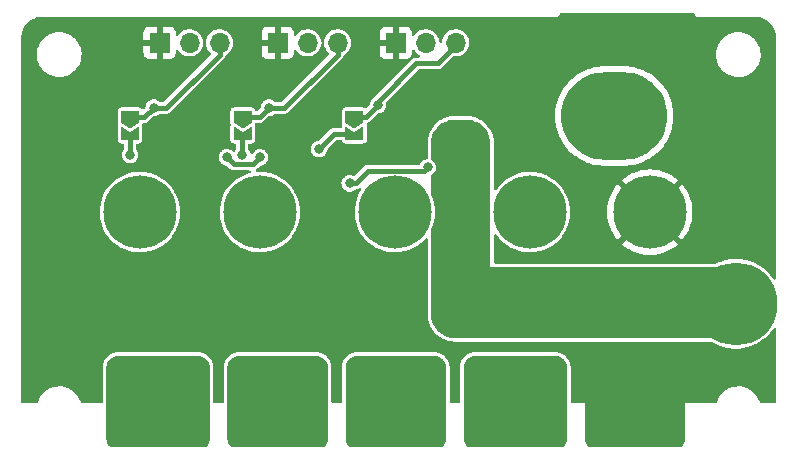
<source format=gbl>
G04 #@! TF.GenerationSoftware,KiCad,Pcbnew,(6.0.5)*
G04 #@! TF.CreationDate,2022-06-23T18:32:15+02:00*
G04 #@! TF.ProjectId,microjuice,6d696372-6f6a-4756-9963-652e6b696361,rev?*
G04 #@! TF.SameCoordinates,Original*
G04 #@! TF.FileFunction,Copper,L2,Bot*
G04 #@! TF.FilePolarity,Positive*
%FSLAX46Y46*%
G04 Gerber Fmt 4.6, Leading zero omitted, Abs format (unit mm)*
G04 Created by KiCad (PCBNEW (6.0.5)) date 2022-06-23 18:32:15*
%MOMM*%
%LPD*%
G01*
G04 APERTURE LIST*
G04 Aperture macros list*
%AMFreePoly0*
4,1,6,1.000000,0.000000,0.500000,-0.750000,-0.500000,-0.750000,-0.500000,0.750000,0.500000,0.750000,1.000000,0.000000,1.000000,0.000000,$1*%
%AMFreePoly1*
4,1,6,0.500000,-0.750000,-0.650000,-0.750000,-0.150000,0.000000,-0.650000,0.750000,0.500000,0.750000,0.500000,-0.750000,0.500000,-0.750000,$1*%
G04 Aperture macros list end*
G04 #@! TA.AperFunction,ComponentPad*
%ADD10C,7.000000*%
G04 #@! TD*
G04 #@! TA.AperFunction,ComponentPad*
%ADD11C,6.200000*%
G04 #@! TD*
G04 #@! TA.AperFunction,ComponentPad*
%ADD12R,1.700000X1.700000*%
G04 #@! TD*
G04 #@! TA.AperFunction,ComponentPad*
%ADD13O,1.700000X1.700000*%
G04 #@! TD*
G04 #@! TA.AperFunction,SMDPad,CuDef*
%ADD14FreePoly0,270.000000*%
G04 #@! TD*
G04 #@! TA.AperFunction,SMDPad,CuDef*
%ADD15FreePoly1,270.000000*%
G04 #@! TD*
G04 #@! TA.AperFunction,ViaPad*
%ADD16C,0.800000*%
G04 #@! TD*
G04 #@! TA.AperFunction,Conductor*
%ADD17C,0.400000*%
G04 #@! TD*
G04 APERTURE END LIST*
D10*
G04 #@! TO.P,H6,1,1*
G04 #@! TO.N,VBUS*
X150800000Y-124600000D03*
G04 #@! TD*
G04 #@! TO.P,H10,1,1*
G04 #@! TO.N,+3V0*
X132000000Y-132588000D03*
G04 #@! TD*
D11*
G04 #@! TO.P,H9,1,1*
G04 #@! TO.N,Net-(H9-Pad1)*
X121920000Y-116840000D03*
G04 #@! TD*
D12*
G04 #@! TO.P,J5,1,Pin_1*
G04 #@! TO.N,GND*
X122000000Y-102500000D03*
D13*
G04 #@! TO.P,J5,2,Pin_2*
G04 #@! TO.N,VBUS*
X124540000Y-102500000D03*
G04 #@! TO.P,J5,3,Pin_3*
G04 #@! TO.N,Net-(JP3-Pad1)*
X127080000Y-102500000D03*
G04 #@! TD*
D12*
G04 #@! TO.P,J4,1,Pin_1*
G04 #@! TO.N,GND*
X112000000Y-102500000D03*
D13*
G04 #@! TO.P,J4,2,Pin_2*
G04 #@! TO.N,VBUS*
X114540000Y-102500000D03*
G04 #@! TO.P,J4,3,Pin_3*
G04 #@! TO.N,Net-(J4-Pad3)*
X117080000Y-102500000D03*
G04 #@! TD*
D11*
G04 #@! TO.P,H7,1,1*
G04 #@! TO.N,Net-(H7-Pad1)*
X100330000Y-116840000D03*
G04 #@! TD*
G04 #@! TO.P,H5,1,1*
G04 #@! TO.N,GND*
X143510000Y-116840000D03*
G04 #@! TD*
D10*
G04 #@! TO.P,H2,1,1*
G04 #@! TO.N,Net-(D2-Pad2)*
X112000000Y-132588000D03*
G04 #@! TD*
G04 #@! TO.P,H11,1,1*
G04 #@! TO.N,GND*
X142000000Y-132588000D03*
G04 #@! TD*
G04 #@! TO.P,H1,1,1*
G04 #@! TO.N,Net-(D2-Pad1)*
X102000000Y-132588000D03*
G04 #@! TD*
D12*
G04 #@! TO.P,J3,1,Pin_1*
G04 #@! TO.N,GND*
X102000000Y-102500000D03*
D13*
G04 #@! TO.P,J3,2,Pin_2*
G04 #@! TO.N,VBUS*
X104540000Y-102500000D03*
G04 #@! TO.P,J3,3,Pin_3*
G04 #@! TO.N,Net-(J3-Pad3)*
X107080000Y-102500000D03*
G04 #@! TD*
D11*
G04 #@! TO.P,H8,1,1*
G04 #@! TO.N,Net-(H8-Pad1)*
X110490000Y-116840000D03*
G04 #@! TD*
D10*
G04 #@! TO.P,H3,1,1*
G04 #@! TO.N,Net-(D3-Pad2)*
X121920000Y-132588000D03*
G04 #@! TD*
D11*
G04 #@! TO.P,H4,1,1*
G04 #@! TO.N,+3V0*
X133350000Y-116840000D03*
G04 #@! TD*
D14*
G04 #@! TO.P,JP1,1,A*
G04 #@! TO.N,Net-(J3-Pad3)*
X99500000Y-108775000D03*
D15*
G04 #@! TO.P,JP1,2,B*
G04 #@! TO.N,Net-(D2-Pad1)*
X99500000Y-110225000D03*
G04 #@! TD*
D14*
G04 #@! TO.P,JP2,1,A*
G04 #@! TO.N,Net-(J4-Pad3)*
X109050000Y-108775000D03*
D15*
G04 #@! TO.P,JP2,2,B*
G04 #@! TO.N,Net-(D2-Pad2)*
X109050000Y-110225000D03*
G04 #@! TD*
D14*
G04 #@! TO.P,JP3,1,A*
G04 #@! TO.N,Net-(JP3-Pad1)*
X118500000Y-108775000D03*
D15*
G04 #@! TO.P,JP3,2,B*
G04 #@! TO.N,Net-(D3-Pad2)*
X118500000Y-110225000D03*
G04 #@! TD*
D16*
G04 #@! TO.N,GND*
X101400500Y-110500000D03*
X145700000Y-100600000D03*
X120500000Y-110500000D03*
X123250000Y-111000000D03*
X145300000Y-104800000D03*
X111000000Y-110500000D03*
X95250000Y-110250000D03*
X143100000Y-100600000D03*
X144400000Y-100600000D03*
G04 #@! TO.N,+3V0*
X110500000Y-112200000D03*
X118100000Y-114400000D03*
X107700000Y-112200500D03*
X124690332Y-113059668D03*
G04 #@! TO.N,VBUS*
X127400000Y-111250000D03*
X126200000Y-111250000D03*
X128600000Y-111250000D03*
G04 #@! TO.N,Net-(D2-Pad1)*
X99500000Y-112000000D03*
G04 #@! TO.N,Net-(D2-Pad2)*
X109000000Y-112000000D03*
G04 #@! TO.N,Net-(D3-Pad2)*
X115500000Y-111500000D03*
G04 #@! TO.N,Net-(J3-Pad3)*
X101500000Y-108000000D03*
G04 #@! TO.N,Net-(C6-Pad1)*
X140500000Y-109500000D03*
X140500000Y-106500000D03*
G04 #@! TO.N,Net-(J4-Pad3)*
X111250000Y-108000000D03*
G04 #@! TO.N,Net-(JP3-Pad1)*
X120500000Y-107750000D03*
G04 #@! TD*
D17*
G04 #@! TO.N,+3V0*
X108299011Y-112799511D02*
X109900489Y-112799511D01*
X119659511Y-113340489D02*
X118600000Y-114400000D01*
X118600000Y-114400000D02*
X118100000Y-114400000D01*
X124409511Y-113340489D02*
X119659511Y-113340489D01*
X124690332Y-113059668D02*
X124409511Y-113340489D01*
X109900489Y-112799511D02*
X110500000Y-112200000D01*
X107700000Y-112200500D02*
X108299011Y-112799511D01*
G04 #@! TO.N,Net-(D2-Pad1)*
X99500000Y-110225000D02*
X99500000Y-112000000D01*
G04 #@! TO.N,Net-(D2-Pad2)*
X109000000Y-112000000D02*
X109000000Y-110275000D01*
X109000000Y-110275000D02*
X109050000Y-110225000D01*
G04 #@! TO.N,Net-(D3-Pad2)*
X116775000Y-110225000D02*
X118500000Y-110225000D01*
X115500000Y-111500000D02*
X116775000Y-110225000D01*
G04 #@! TO.N,Net-(J3-Pad3)*
X101500000Y-108000000D02*
X102580000Y-108000000D01*
X100725000Y-108775000D02*
X99500000Y-108775000D01*
X107080000Y-103500000D02*
X107080000Y-102500000D01*
X102580000Y-108000000D02*
X107080000Y-103500000D01*
X101500000Y-108000000D02*
X100725000Y-108775000D01*
G04 #@! TO.N,Net-(J4-Pad3)*
X110475000Y-108775000D02*
X109050000Y-108775000D01*
X112580000Y-108000000D02*
X117080000Y-103500000D01*
X117080000Y-103500000D02*
X117080000Y-102500000D01*
X111250000Y-108000000D02*
X110475000Y-108775000D01*
X111250000Y-108000000D02*
X112580000Y-108000000D01*
G04 #@! TO.N,Net-(JP3-Pad1)*
X120500000Y-107750000D02*
X120500000Y-107500000D01*
X123750000Y-104250000D02*
X125540000Y-104250000D01*
X127080000Y-102710000D02*
X127080000Y-102500000D01*
X120500000Y-107750000D02*
X119475000Y-108775000D01*
X125540000Y-104250000D02*
X127080000Y-102710000D01*
X119475000Y-108775000D02*
X118500000Y-108775000D01*
X120500000Y-107500000D02*
X123750000Y-104250000D01*
G04 #@! TD*
G04 #@! TA.AperFunction,Conductor*
G04 #@! TO.N,Net-(D3-Pad2)*
G36*
X125254843Y-129000477D02*
G01*
X125435388Y-129018259D01*
X125454418Y-129022045D01*
X125538887Y-129047668D01*
X125623353Y-129073290D01*
X125641283Y-129080717D01*
X125796969Y-129163933D01*
X125813106Y-129174715D01*
X125949573Y-129286710D01*
X125963290Y-129300427D01*
X126030102Y-129381837D01*
X126075285Y-129436894D01*
X126086067Y-129453031D01*
X126169283Y-129608717D01*
X126176710Y-129626647D01*
X126227955Y-129795580D01*
X126231741Y-129814614D01*
X126249523Y-129995157D01*
X126250000Y-130004861D01*
X126250000Y-135995139D01*
X126249523Y-136004843D01*
X126231741Y-136185386D01*
X126227955Y-136204420D01*
X126176710Y-136373353D01*
X126169283Y-136391283D01*
X126086067Y-136546969D01*
X126075285Y-136563106D01*
X125993054Y-136663305D01*
X125941523Y-136696292D01*
X125916526Y-136699500D01*
X118083474Y-136699500D01*
X118025283Y-136680593D01*
X118006946Y-136663305D01*
X117924715Y-136563106D01*
X117913933Y-136546969D01*
X117830717Y-136391283D01*
X117823290Y-136373353D01*
X117772045Y-136204420D01*
X117768259Y-136185386D01*
X117750477Y-136004843D01*
X117750000Y-135995139D01*
X117750000Y-130004861D01*
X117750477Y-129995157D01*
X117768259Y-129814614D01*
X117772045Y-129795580D01*
X117823290Y-129626647D01*
X117830717Y-129608717D01*
X117913933Y-129453031D01*
X117924715Y-129436894D01*
X117969898Y-129381837D01*
X118036710Y-129300427D01*
X118050427Y-129286710D01*
X118186894Y-129174715D01*
X118203031Y-129163933D01*
X118358717Y-129080717D01*
X118376647Y-129073290D01*
X118461113Y-129047668D01*
X118545582Y-129022045D01*
X118564612Y-129018259D01*
X118745157Y-129000477D01*
X118754861Y-129000000D01*
X125245139Y-129000000D01*
X125254843Y-129000477D01*
G37*
G04 #@! TD.AperFunction*
G04 #@! TD*
G04 #@! TA.AperFunction,Conductor*
G04 #@! TO.N,+3V0*
G36*
X135504843Y-129000477D02*
G01*
X135685388Y-129018259D01*
X135704418Y-129022045D01*
X135788887Y-129047668D01*
X135873353Y-129073290D01*
X135891283Y-129080717D01*
X136046969Y-129163933D01*
X136063106Y-129174715D01*
X136199573Y-129286710D01*
X136213290Y-129300427D01*
X136280102Y-129381837D01*
X136325285Y-129436894D01*
X136336067Y-129453031D01*
X136419283Y-129608717D01*
X136426710Y-129626647D01*
X136477955Y-129795580D01*
X136481741Y-129814614D01*
X136499523Y-129995157D01*
X136500000Y-130004861D01*
X136500000Y-135995139D01*
X136499523Y-136004843D01*
X136481741Y-136185386D01*
X136477955Y-136204420D01*
X136426710Y-136373353D01*
X136419283Y-136391283D01*
X136336067Y-136546969D01*
X136325285Y-136563106D01*
X136243054Y-136663305D01*
X136191523Y-136696292D01*
X136166526Y-136699500D01*
X128083474Y-136699500D01*
X128025283Y-136680593D01*
X128006946Y-136663305D01*
X127924715Y-136563106D01*
X127913933Y-136546969D01*
X127830717Y-136391283D01*
X127823290Y-136373353D01*
X127772045Y-136204420D01*
X127768259Y-136185386D01*
X127750477Y-136004843D01*
X127750000Y-135995139D01*
X127750000Y-130004861D01*
X127750477Y-129995157D01*
X127768259Y-129814614D01*
X127772045Y-129795580D01*
X127823290Y-129626647D01*
X127830717Y-129608717D01*
X127913933Y-129453031D01*
X127924715Y-129436894D01*
X127969898Y-129381837D01*
X128036710Y-129300427D01*
X128050427Y-129286710D01*
X128186894Y-129174715D01*
X128203031Y-129163933D01*
X128358717Y-129080717D01*
X128376647Y-129073290D01*
X128461113Y-129047668D01*
X128545582Y-129022045D01*
X128564612Y-129018259D01*
X128745157Y-129000477D01*
X128754861Y-129000000D01*
X135495139Y-129000000D01*
X135504843Y-129000477D01*
G37*
G04 #@! TD.AperFunction*
G04 #@! TD*
G04 #@! TA.AperFunction,Conductor*
G04 #@! TO.N,Net-(D2-Pad2)*
G36*
X115254843Y-129000477D02*
G01*
X115435388Y-129018259D01*
X115454418Y-129022045D01*
X115538887Y-129047668D01*
X115623353Y-129073290D01*
X115641283Y-129080717D01*
X115796969Y-129163933D01*
X115813106Y-129174715D01*
X115949573Y-129286710D01*
X115963290Y-129300427D01*
X116030102Y-129381837D01*
X116075285Y-129436894D01*
X116086067Y-129453031D01*
X116169283Y-129608717D01*
X116176710Y-129626647D01*
X116227955Y-129795580D01*
X116231741Y-129814614D01*
X116249523Y-129995157D01*
X116250000Y-130004861D01*
X116250000Y-135995139D01*
X116249523Y-136004843D01*
X116231741Y-136185386D01*
X116227955Y-136204420D01*
X116176710Y-136373353D01*
X116169283Y-136391283D01*
X116086067Y-136546969D01*
X116075285Y-136563106D01*
X115993054Y-136663305D01*
X115941523Y-136696292D01*
X115916526Y-136699500D01*
X108083474Y-136699500D01*
X108025283Y-136680593D01*
X108006946Y-136663305D01*
X107924715Y-136563106D01*
X107913933Y-136546969D01*
X107830717Y-136391283D01*
X107823290Y-136373353D01*
X107772045Y-136204420D01*
X107768259Y-136185386D01*
X107750477Y-136004843D01*
X107750000Y-135995139D01*
X107750000Y-130004861D01*
X107750477Y-129995157D01*
X107768259Y-129814614D01*
X107772045Y-129795580D01*
X107823290Y-129626647D01*
X107830717Y-129608717D01*
X107913933Y-129453031D01*
X107924715Y-129436894D01*
X107969898Y-129381837D01*
X108036710Y-129300427D01*
X108050427Y-129286710D01*
X108186894Y-129174715D01*
X108203031Y-129163933D01*
X108358717Y-129080717D01*
X108376647Y-129073290D01*
X108461113Y-129047668D01*
X108545582Y-129022045D01*
X108564612Y-129018259D01*
X108745157Y-129000477D01*
X108754861Y-129000000D01*
X115245139Y-129000000D01*
X115254843Y-129000477D01*
G37*
G04 #@! TD.AperFunction*
G04 #@! TD*
G04 #@! TA.AperFunction,Conductor*
G04 #@! TO.N,GND*
G36*
X146500000Y-135995139D02*
G01*
X146499523Y-136004843D01*
X146481741Y-136185386D01*
X146477955Y-136204420D01*
X146426710Y-136373353D01*
X146419283Y-136391283D01*
X146336067Y-136546969D01*
X146325285Y-136563106D01*
X146243054Y-136663305D01*
X146191523Y-136696292D01*
X146166526Y-136699500D01*
X138333474Y-136699500D01*
X138275283Y-136680593D01*
X138256946Y-136663305D01*
X138174715Y-136563106D01*
X138163933Y-136546969D01*
X138080717Y-136391283D01*
X138073290Y-136373353D01*
X138022045Y-136204420D01*
X138018259Y-136185386D01*
X138000477Y-136004843D01*
X138000000Y-135995139D01*
X138000000Y-129000000D01*
X146500000Y-129000000D01*
X146500000Y-135995139D01*
G37*
G04 #@! TD.AperFunction*
G04 #@! TD*
G04 #@! TA.AperFunction,Conductor*
G04 #@! TO.N,Net-(D2-Pad1)*
G36*
X105254843Y-129000477D02*
G01*
X105435388Y-129018259D01*
X105454418Y-129022045D01*
X105538887Y-129047668D01*
X105623353Y-129073290D01*
X105641283Y-129080717D01*
X105796969Y-129163933D01*
X105813106Y-129174715D01*
X105949573Y-129286710D01*
X105963290Y-129300427D01*
X106030102Y-129381837D01*
X106075285Y-129436894D01*
X106086067Y-129453031D01*
X106169283Y-129608717D01*
X106176710Y-129626647D01*
X106227955Y-129795580D01*
X106231741Y-129814614D01*
X106249523Y-129995157D01*
X106250000Y-130004861D01*
X106250000Y-135995139D01*
X106249523Y-136004843D01*
X106231741Y-136185386D01*
X106227955Y-136204420D01*
X106176710Y-136373353D01*
X106169283Y-136391283D01*
X106086067Y-136546969D01*
X106075285Y-136563106D01*
X105993054Y-136663305D01*
X105941523Y-136696292D01*
X105916526Y-136699500D01*
X97833474Y-136699500D01*
X97775283Y-136680593D01*
X97756946Y-136663305D01*
X97674715Y-136563106D01*
X97663933Y-136546969D01*
X97580717Y-136391283D01*
X97573290Y-136373353D01*
X97522045Y-136204420D01*
X97518259Y-136185386D01*
X97500477Y-136004843D01*
X97500000Y-135995139D01*
X97500000Y-130004861D01*
X97500477Y-129995157D01*
X97518259Y-129814614D01*
X97522045Y-129795580D01*
X97573290Y-129626647D01*
X97580717Y-129608717D01*
X97663933Y-129453031D01*
X97674715Y-129436894D01*
X97719898Y-129381837D01*
X97786710Y-129300427D01*
X97800427Y-129286710D01*
X97936894Y-129174715D01*
X97953031Y-129163933D01*
X98108717Y-129080717D01*
X98126647Y-129073290D01*
X98211113Y-129047668D01*
X98295582Y-129022045D01*
X98314612Y-129018259D01*
X98495157Y-129000477D01*
X98504861Y-129000000D01*
X105245139Y-129000000D01*
X105254843Y-129000477D01*
G37*
G04 #@! TD.AperFunction*
G04 #@! TD*
G04 #@! TA.AperFunction,Conductor*
G04 #@! TO.N,Net-(C6-Pad1)*
G36*
X141303301Y-105000173D02*
G01*
X141680155Y-105019923D01*
X141693271Y-105021301D01*
X142062751Y-105079821D01*
X142075651Y-105082563D01*
X142436989Y-105179383D01*
X142449532Y-105183459D01*
X142798756Y-105317514D01*
X142810805Y-105322878D01*
X143144120Y-105492710D01*
X143155542Y-105499305D01*
X143469271Y-105703043D01*
X143479940Y-105710795D01*
X143770652Y-105946209D01*
X143780453Y-105955034D01*
X144044966Y-106219547D01*
X144053791Y-106229348D01*
X144289205Y-106520060D01*
X144296957Y-106530729D01*
X144500695Y-106844458D01*
X144507290Y-106855880D01*
X144677122Y-107189195D01*
X144682486Y-107201244D01*
X144816541Y-107550468D01*
X144820617Y-107563011D01*
X144917437Y-107924349D01*
X144920179Y-107937249D01*
X144978699Y-108306729D01*
X144980077Y-108319846D01*
X144999654Y-108693406D01*
X144999654Y-108706594D01*
X144980077Y-109080154D01*
X144978699Y-109093271D01*
X144920179Y-109462751D01*
X144917437Y-109475651D01*
X144820617Y-109836989D01*
X144816541Y-109849532D01*
X144682486Y-110198756D01*
X144677122Y-110210805D01*
X144507290Y-110544120D01*
X144500695Y-110555542D01*
X144296957Y-110869271D01*
X144289205Y-110879940D01*
X144053791Y-111170652D01*
X144044966Y-111180453D01*
X143780453Y-111444966D01*
X143770652Y-111453791D01*
X143479940Y-111689205D01*
X143469271Y-111696957D01*
X143155542Y-111900695D01*
X143144120Y-111907290D01*
X142810805Y-112077122D01*
X142798756Y-112082486D01*
X142449532Y-112216541D01*
X142436989Y-112220617D01*
X142075651Y-112317437D01*
X142062751Y-112320179D01*
X141693271Y-112378699D01*
X141680155Y-112380077D01*
X141314264Y-112399252D01*
X141303301Y-112399827D01*
X141296707Y-112400000D01*
X139703293Y-112400000D01*
X139696699Y-112399827D01*
X139685736Y-112399252D01*
X139319845Y-112380077D01*
X139306729Y-112378699D01*
X138937249Y-112320179D01*
X138924349Y-112317437D01*
X138563011Y-112220617D01*
X138550468Y-112216541D01*
X138201244Y-112082486D01*
X138189195Y-112077122D01*
X137855880Y-111907290D01*
X137844458Y-111900695D01*
X137530729Y-111696957D01*
X137520060Y-111689205D01*
X137229348Y-111453791D01*
X137219547Y-111444966D01*
X136955034Y-111180453D01*
X136946209Y-111170652D01*
X136710795Y-110879940D01*
X136703043Y-110869271D01*
X136499305Y-110555542D01*
X136492710Y-110544120D01*
X136322878Y-110210805D01*
X136317514Y-110198756D01*
X136183459Y-109849532D01*
X136179383Y-109836989D01*
X136082563Y-109475651D01*
X136079821Y-109462751D01*
X136021301Y-109093271D01*
X136019923Y-109080154D01*
X136000346Y-108706594D01*
X136000346Y-108693406D01*
X136019923Y-108319846D01*
X136021301Y-108306729D01*
X136079821Y-107937249D01*
X136082563Y-107924349D01*
X136179383Y-107563011D01*
X136183459Y-107550468D01*
X136317514Y-107201244D01*
X136322878Y-107189195D01*
X136492710Y-106855880D01*
X136499305Y-106844458D01*
X136703043Y-106530729D01*
X136710795Y-106520060D01*
X136946209Y-106229348D01*
X136955034Y-106219547D01*
X137219547Y-105955034D01*
X137229348Y-105946209D01*
X137520060Y-105710795D01*
X137530729Y-105703043D01*
X137844458Y-105499305D01*
X137855880Y-105492710D01*
X138189195Y-105322878D01*
X138201244Y-105317514D01*
X138550468Y-105183459D01*
X138563011Y-105179383D01*
X138924349Y-105082563D01*
X138937249Y-105079821D01*
X139306729Y-105021301D01*
X139319845Y-105019923D01*
X139696699Y-105000173D01*
X139703293Y-105000000D01*
X141296707Y-105000000D01*
X141303301Y-105000173D01*
G37*
G04 #@! TD.AperFunction*
G04 #@! TD*
G04 #@! TA.AperFunction,Conductor*
G04 #@! TO.N,GND*
G36*
X147257275Y-100020002D02*
G01*
X147303768Y-100073658D01*
X147305013Y-100077074D01*
X147305413Y-100081696D01*
X147310456Y-100092014D01*
X147310576Y-100092343D01*
X147311433Y-100095434D01*
X147312660Y-100098614D01*
X147314791Y-100110053D01*
X147324734Y-100126183D01*
X147333221Y-100139952D01*
X147339160Y-100150734D01*
X147354575Y-100182269D01*
X147363101Y-100190178D01*
X147365134Y-100192916D01*
X147367428Y-100195446D01*
X147373532Y-100205348D01*
X147382788Y-100212387D01*
X147382793Y-100212392D01*
X147401487Y-100226607D01*
X147410908Y-100234526D01*
X147436646Y-100258401D01*
X147447447Y-100262710D01*
X147450324Y-100264529D01*
X147453381Y-100266066D01*
X147462641Y-100273108D01*
X147483348Y-100279104D01*
X147496367Y-100282874D01*
X147508008Y-100286871D01*
X147540622Y-100299883D01*
X147546915Y-100300500D01*
X147549997Y-100300500D01*
X147553067Y-100300650D01*
X147553061Y-100300766D01*
X147559183Y-100301065D01*
X147570168Y-100304246D01*
X147607994Y-100300970D01*
X147618866Y-100300500D01*
X152462683Y-100300500D01*
X152484563Y-100302414D01*
X152489145Y-100303222D01*
X152500000Y-100305136D01*
X152510855Y-100303222D01*
X152521878Y-100303222D01*
X152521878Y-100303587D01*
X152534236Y-100302949D01*
X152630210Y-100309813D01*
X152732881Y-100317156D01*
X152750669Y-100319713D01*
X152918867Y-100356303D01*
X152969996Y-100367426D01*
X152987245Y-100372490D01*
X153197560Y-100450933D01*
X153213906Y-100458398D01*
X153410913Y-100565973D01*
X153426033Y-100575690D01*
X153605725Y-100710206D01*
X153619311Y-100721979D01*
X153778021Y-100880689D01*
X153789794Y-100894275D01*
X153924310Y-101073967D01*
X153934027Y-101089087D01*
X153970318Y-101155548D01*
X154041600Y-101286090D01*
X154049067Y-101302440D01*
X154082107Y-101391025D01*
X154127510Y-101512756D01*
X154132574Y-101530004D01*
X154174385Y-101722199D01*
X154180286Y-101749327D01*
X154182844Y-101767119D01*
X154183320Y-101773766D01*
X154197051Y-101965764D01*
X154196413Y-101978122D01*
X154196778Y-101978122D01*
X154196778Y-101989145D01*
X154194864Y-102000000D01*
X154196778Y-102010855D01*
X154197586Y-102015437D01*
X154199500Y-102037317D01*
X154199500Y-122428694D01*
X154179498Y-122496815D01*
X154125842Y-122543308D01*
X154055568Y-122553412D01*
X153990988Y-122523918D01*
X153966530Y-122495277D01*
X153926475Y-122430926D01*
X153926473Y-122430924D01*
X153924788Y-122428216D01*
X153689319Y-122123554D01*
X153424267Y-121844248D01*
X153132347Y-121593157D01*
X152816546Y-121372851D01*
X152496445Y-121194685D01*
X152482884Y-121187137D01*
X152482882Y-121187136D01*
X152480099Y-121185587D01*
X152477179Y-121184329D01*
X152477174Y-121184327D01*
X152129384Y-121034545D01*
X152129374Y-121034541D01*
X152126450Y-121033282D01*
X151759221Y-120917495D01*
X151488472Y-120861426D01*
X151385295Y-120840059D01*
X151385292Y-120840059D01*
X151382170Y-120839412D01*
X151088699Y-120809084D01*
X151002314Y-120800157D01*
X151002311Y-120800157D01*
X150999158Y-120799831D01*
X150995992Y-120799825D01*
X150995983Y-120799825D01*
X150805911Y-120799494D01*
X150614108Y-120799159D01*
X150461969Y-120814344D01*
X150234134Y-120837085D01*
X150234128Y-120837086D01*
X150230961Y-120837402D01*
X150035038Y-120877263D01*
X149856764Y-120913533D01*
X149856760Y-120913534D01*
X149853639Y-120914169D01*
X149850597Y-120915116D01*
X149850591Y-120915118D01*
X149698214Y-120962579D01*
X149486008Y-121028674D01*
X149483080Y-121029923D01*
X149134768Y-121178490D01*
X149134761Y-121178493D01*
X149131829Y-121179744D01*
X149129032Y-121181288D01*
X149129028Y-121181290D01*
X149126965Y-121182429D01*
X149126469Y-121182538D01*
X149126170Y-121182684D01*
X149126135Y-121182612D01*
X149057078Y-121197802D01*
X149026281Y-121195599D01*
X149015391Y-121195016D01*
X149014813Y-121194995D01*
X149014805Y-121194995D01*
X149006939Y-121194714D01*
X149006923Y-121194714D01*
X149006403Y-121194695D01*
X149005889Y-121194686D01*
X149005859Y-121194685D01*
X149000414Y-121194588D01*
X148995499Y-121194500D01*
X130431500Y-121194500D01*
X130363379Y-121174498D01*
X130316886Y-121120842D01*
X130305500Y-121068500D01*
X130305500Y-118819612D01*
X130325502Y-118751491D01*
X130379158Y-118704998D01*
X130449432Y-118694894D01*
X130514012Y-118724388D01*
X130536080Y-118749335D01*
X130630252Y-118889477D01*
X130867502Y-119171221D01*
X130898871Y-119201198D01*
X131131329Y-119423341D01*
X131131336Y-119423347D01*
X131133792Y-119425694D01*
X131426008Y-119649919D01*
X131740731Y-119841274D01*
X132074279Y-119997519D01*
X132077497Y-119998621D01*
X132077500Y-119998622D01*
X132419528Y-120115725D01*
X132419536Y-120115727D01*
X132422751Y-120116828D01*
X132782070Y-120197804D01*
X132865002Y-120207253D01*
X133144650Y-120239115D01*
X133144658Y-120239115D01*
X133148033Y-120239500D01*
X133151437Y-120239518D01*
X133151440Y-120239518D01*
X133351074Y-120240563D01*
X133516358Y-120241428D01*
X133519744Y-120241078D01*
X133519746Y-120241078D01*
X133879345Y-120203918D01*
X133879354Y-120203917D01*
X133882737Y-120203567D01*
X133886070Y-120202853D01*
X133886073Y-120202852D01*
X134063488Y-120164817D01*
X134242884Y-120126358D01*
X134592586Y-120010705D01*
X134927752Y-119857961D01*
X135084776Y-119764727D01*
X135241516Y-119671662D01*
X135241521Y-119671659D01*
X135244461Y-119669913D01*
X135271091Y-119649919D01*
X135382479Y-119566286D01*
X141148861Y-119566286D01*
X141156318Y-119576654D01*
X141383800Y-119760865D01*
X141389115Y-119764727D01*
X141700773Y-119967121D01*
X141706450Y-119970398D01*
X142037540Y-120139097D01*
X142043565Y-120141779D01*
X142390447Y-120274935D01*
X142396729Y-120276976D01*
X142755636Y-120373144D01*
X142762086Y-120374515D01*
X143129096Y-120432645D01*
X143135634Y-120433331D01*
X143506699Y-120452778D01*
X143513301Y-120452778D01*
X143884366Y-120433331D01*
X143890904Y-120432645D01*
X144257914Y-120374515D01*
X144264364Y-120373144D01*
X144623271Y-120276976D01*
X144629553Y-120274935D01*
X144976435Y-120141779D01*
X144982460Y-120139097D01*
X145313550Y-119970398D01*
X145319227Y-119967121D01*
X145630885Y-119764727D01*
X145636200Y-119760865D01*
X145862730Y-119577424D01*
X145871198Y-119565166D01*
X145864865Y-119554076D01*
X143522810Y-117212020D01*
X143508869Y-117204408D01*
X143507034Y-117204539D01*
X143500420Y-117208790D01*
X141156001Y-119553210D01*
X141148861Y-119566286D01*
X135382479Y-119566286D01*
X135536276Y-119450812D01*
X135539009Y-119448760D01*
X135807950Y-119197089D01*
X136048138Y-118917846D01*
X136065838Y-118892093D01*
X136232742Y-118649244D01*
X136256762Y-118614295D01*
X136258374Y-118611301D01*
X136258379Y-118611293D01*
X136395574Y-118356493D01*
X136431383Y-118289989D01*
X136569958Y-117948720D01*
X136670865Y-117594482D01*
X136732925Y-117231418D01*
X136733569Y-117220904D01*
X136755301Y-116865572D01*
X136755411Y-116863775D01*
X136755461Y-116849580D01*
X136755483Y-116843301D01*
X139897222Y-116843301D01*
X139916669Y-117214366D01*
X139917355Y-117220904D01*
X139975485Y-117587914D01*
X139976856Y-117594364D01*
X140073024Y-117953271D01*
X140075065Y-117959553D01*
X140208221Y-118306435D01*
X140210903Y-118312460D01*
X140379594Y-118643534D01*
X140382891Y-118649244D01*
X140585259Y-118960864D01*
X140589147Y-118966215D01*
X140772576Y-119192730D01*
X140784834Y-119201198D01*
X140795924Y-119194865D01*
X143137980Y-116852810D01*
X143144357Y-116841131D01*
X143874408Y-116841131D01*
X143874539Y-116842966D01*
X143878790Y-116849580D01*
X146223210Y-119193999D01*
X146236286Y-119201139D01*
X146246654Y-119193682D01*
X146430853Y-118966215D01*
X146434741Y-118960864D01*
X146637109Y-118649244D01*
X146640406Y-118643534D01*
X146809097Y-118312460D01*
X146811779Y-118306435D01*
X146944935Y-117959553D01*
X146946976Y-117953271D01*
X147043144Y-117594364D01*
X147044515Y-117587914D01*
X147102645Y-117220904D01*
X147103331Y-117214366D01*
X147122778Y-116843301D01*
X147122778Y-116836699D01*
X147103331Y-116465634D01*
X147102645Y-116459096D01*
X147044515Y-116092086D01*
X147043144Y-116085636D01*
X146946976Y-115726729D01*
X146944935Y-115720447D01*
X146811779Y-115373565D01*
X146809097Y-115367540D01*
X146640406Y-115036466D01*
X146637109Y-115030756D01*
X146434741Y-114719136D01*
X146430853Y-114713785D01*
X146247424Y-114487270D01*
X146235166Y-114478802D01*
X146224076Y-114485135D01*
X143882020Y-116827190D01*
X143874408Y-116841131D01*
X143144357Y-116841131D01*
X143145592Y-116838869D01*
X143145461Y-116837034D01*
X143141210Y-116830420D01*
X140796790Y-114486001D01*
X140783714Y-114478861D01*
X140773346Y-114486318D01*
X140589147Y-114713785D01*
X140585259Y-114719136D01*
X140382891Y-115030756D01*
X140379594Y-115036466D01*
X140210903Y-115367540D01*
X140208221Y-115373565D01*
X140075065Y-115720447D01*
X140073024Y-115726729D01*
X139976856Y-116085636D01*
X139975485Y-116092086D01*
X139917355Y-116459096D01*
X139916669Y-116465634D01*
X139897222Y-116836699D01*
X139897222Y-116843301D01*
X136755483Y-116843301D01*
X136755488Y-116841820D01*
X136755488Y-116841808D01*
X136755494Y-116840000D01*
X136735575Y-116472209D01*
X136676052Y-116108720D01*
X136577620Y-115753786D01*
X136574443Y-115745801D01*
X136442690Y-115414722D01*
X136441431Y-115411558D01*
X136276001Y-115099116D01*
X136270677Y-115089060D01*
X136270673Y-115089053D01*
X136269078Y-115086041D01*
X136062578Y-114781041D01*
X135824346Y-114500128D01*
X135557168Y-114246586D01*
X135384219Y-114114834D01*
X141148802Y-114114834D01*
X141155135Y-114125924D01*
X143497190Y-116467980D01*
X143511131Y-116475592D01*
X143512966Y-116475461D01*
X143519580Y-116471210D01*
X145863999Y-114126790D01*
X145871139Y-114113714D01*
X145863682Y-114103346D01*
X145636200Y-113919135D01*
X145630885Y-113915273D01*
X145319227Y-113712879D01*
X145313550Y-113709602D01*
X144982460Y-113540903D01*
X144976435Y-113538221D01*
X144629553Y-113405065D01*
X144623271Y-113403024D01*
X144264364Y-113306856D01*
X144257914Y-113305485D01*
X143890904Y-113247355D01*
X143884366Y-113246669D01*
X143513301Y-113227222D01*
X143506699Y-113227222D01*
X143135634Y-113246669D01*
X143129096Y-113247355D01*
X142762086Y-113305485D01*
X142755636Y-113306856D01*
X142396729Y-113403024D01*
X142390447Y-113405065D01*
X142043565Y-113538221D01*
X142037540Y-113540903D01*
X141706466Y-113709594D01*
X141700756Y-113712891D01*
X141389136Y-113915259D01*
X141383785Y-113919147D01*
X141157270Y-114102576D01*
X141148802Y-114114834D01*
X135384219Y-114114834D01*
X135264172Y-114023382D01*
X135261260Y-114021625D01*
X135261255Y-114021622D01*
X134951705Y-113834889D01*
X134951696Y-113834884D01*
X134948783Y-113833127D01*
X134945693Y-113831693D01*
X134945688Y-113831690D01*
X134689730Y-113712879D01*
X134614691Y-113678047D01*
X134611466Y-113676955D01*
X134611460Y-113676953D01*
X134269032Y-113561048D01*
X134269027Y-113561047D01*
X134265805Y-113559956D01*
X134031920Y-113508104D01*
X133909536Y-113480972D01*
X133909532Y-113480971D01*
X133906206Y-113480234D01*
X133756624Y-113463720D01*
X133543482Y-113440189D01*
X133543475Y-113440189D01*
X133540100Y-113439816D01*
X133536701Y-113439810D01*
X133536700Y-113439810D01*
X133362979Y-113439507D01*
X133171770Y-113439173D01*
X133034556Y-113453837D01*
X132808910Y-113477951D01*
X132808904Y-113477952D01*
X132805526Y-113478313D01*
X132445650Y-113556779D01*
X132096354Y-113673652D01*
X132093261Y-113675075D01*
X132093260Y-113675075D01*
X132083674Y-113679484D01*
X131761723Y-113827565D01*
X131758789Y-113829321D01*
X131758787Y-113829322D01*
X131740354Y-113840354D01*
X131445672Y-114016718D01*
X131151898Y-114238897D01*
X130883837Y-114491505D01*
X130644626Y-114771585D01*
X130555613Y-114902073D01*
X130535588Y-114931429D01*
X130480677Y-114976431D01*
X130410152Y-114984602D01*
X130346405Y-114953348D01*
X130309675Y-114892591D01*
X130305500Y-114860424D01*
X130305500Y-111004501D01*
X130305412Y-110999586D01*
X130305315Y-110994141D01*
X130305314Y-110994111D01*
X130305305Y-110993597D01*
X130305235Y-110991620D01*
X130305005Y-110985195D01*
X130305005Y-110985187D01*
X130304984Y-110984609D01*
X130304401Y-110973720D01*
X130285008Y-110702562D01*
X130282675Y-110680870D01*
X130280117Y-110663082D01*
X130276246Y-110641628D01*
X130219420Y-110380403D01*
X130214030Y-110359282D01*
X130208967Y-110342037D01*
X130208606Y-110340952D01*
X130202428Y-110322389D01*
X130202419Y-110322363D01*
X130202077Y-110321336D01*
X130108649Y-110070846D01*
X130100300Y-110050690D01*
X130092834Y-110034343D01*
X130083076Y-110014849D01*
X130079463Y-110008231D01*
X129955514Y-109781238D01*
X129954955Y-109780214D01*
X129943827Y-109761459D01*
X129934108Y-109746336D01*
X129927477Y-109736785D01*
X129922295Y-109729322D01*
X129922292Y-109729318D01*
X129921670Y-109728422D01*
X129761462Y-109514410D01*
X129747773Y-109497424D01*
X129736000Y-109483838D01*
X129721145Y-109467883D01*
X129532117Y-109278855D01*
X129516162Y-109264000D01*
X129502576Y-109252227D01*
X129485590Y-109238538D01*
X129271578Y-109078330D01*
X129253664Y-109065892D01*
X129238541Y-109056173D01*
X129219786Y-109045045D01*
X129164658Y-109014943D01*
X128986139Y-108917463D01*
X128986118Y-108917452D01*
X128985151Y-108916924D01*
X128965657Y-108907166D01*
X128949310Y-108899700D01*
X128948294Y-108899279D01*
X128948273Y-108899270D01*
X128930186Y-108891778D01*
X128930163Y-108891769D01*
X128929154Y-108891351D01*
X128928098Y-108890957D01*
X128679726Y-108798319D01*
X128679715Y-108798315D01*
X128678661Y-108797922D01*
X128674235Y-108796449D01*
X128659056Y-108791397D01*
X128659035Y-108791390D01*
X128657958Y-108791032D01*
X128656848Y-108790706D01*
X128656838Y-108790703D01*
X128641793Y-108786286D01*
X128641783Y-108786283D01*
X128640716Y-108785970D01*
X128639661Y-108785701D01*
X128639651Y-108785698D01*
X128620651Y-108780849D01*
X128619597Y-108780580D01*
X128358372Y-108723754D01*
X128336913Y-108719882D01*
X128319130Y-108717325D01*
X128318042Y-108717208D01*
X128298555Y-108715112D01*
X128298529Y-108715110D01*
X128297444Y-108714993D01*
X128180011Y-108706594D01*
X135486846Y-108706594D01*
X135487550Y-108733468D01*
X135507127Y-109107028D01*
X135509233Y-109133804D01*
X135510611Y-109146921D01*
X135514123Y-109173600D01*
X135514248Y-109174389D01*
X135514250Y-109174403D01*
X135530033Y-109274052D01*
X135572643Y-109543080D01*
X135577542Y-109569514D01*
X135580284Y-109582414D01*
X135586560Y-109608554D01*
X135586764Y-109609316D01*
X135586770Y-109609339D01*
X135632287Y-109779210D01*
X135683380Y-109969892D01*
X135691022Y-109995688D01*
X135695098Y-110008231D01*
X135704066Y-110033554D01*
X135704355Y-110034307D01*
X135704358Y-110034315D01*
X135837627Y-110381490D01*
X135838121Y-110382778D01*
X135848400Y-110407597D01*
X135853764Y-110419646D01*
X135865346Y-110443929D01*
X136035178Y-110777244D01*
X136048014Y-110800885D01*
X136048384Y-110801526D01*
X136048402Y-110801558D01*
X136054184Y-110811572D01*
X136054204Y-110811606D01*
X136054609Y-110812307D01*
X136068648Y-110835214D01*
X136272386Y-111148943D01*
X136272842Y-111149606D01*
X136272855Y-111149626D01*
X136278595Y-111157977D01*
X136287622Y-111171112D01*
X136295374Y-111181781D01*
X136311731Y-111203096D01*
X136547145Y-111493808D01*
X136547676Y-111494429D01*
X136547692Y-111494449D01*
X136564084Y-111513642D01*
X136564607Y-111514254D01*
X136573432Y-111524055D01*
X136580285Y-111531276D01*
X136591365Y-111542952D01*
X136591387Y-111542975D01*
X136591935Y-111543552D01*
X136856448Y-111808065D01*
X136857025Y-111808613D01*
X136857048Y-111808635D01*
X136861882Y-111813222D01*
X136875945Y-111826568D01*
X136885746Y-111835393D01*
X136886344Y-111835904D01*
X136886358Y-111835916D01*
X136905551Y-111852308D01*
X136905571Y-111852324D01*
X136906192Y-111852855D01*
X137196904Y-112088269D01*
X137218219Y-112104626D01*
X137228888Y-112112378D01*
X137242023Y-112121405D01*
X137250374Y-112127145D01*
X137250394Y-112127158D01*
X137251057Y-112127614D01*
X137564786Y-112331352D01*
X137587693Y-112345391D01*
X137588394Y-112345796D01*
X137588428Y-112345816D01*
X137598442Y-112351598D01*
X137598474Y-112351616D01*
X137599115Y-112351986D01*
X137622756Y-112364822D01*
X137956071Y-112534654D01*
X137980354Y-112546236D01*
X137992403Y-112551600D01*
X137993168Y-112551917D01*
X137993187Y-112551925D01*
X138016504Y-112561582D01*
X138016528Y-112561592D01*
X138017222Y-112561879D01*
X138017926Y-112562149D01*
X138017958Y-112562162D01*
X138302715Y-112671470D01*
X138366446Y-112695934D01*
X138391769Y-112704902D01*
X138399159Y-112707303D01*
X138403545Y-112708729D01*
X138403562Y-112708734D01*
X138404312Y-112708978D01*
X138405078Y-112709205D01*
X138405104Y-112709213D01*
X138417210Y-112712799D01*
X138430108Y-112716620D01*
X138492348Y-112733297D01*
X138790661Y-112813230D01*
X138790684Y-112813236D01*
X138791446Y-112813440D01*
X138817586Y-112819716D01*
X138830486Y-112822458D01*
X138856920Y-112827357D01*
X139226400Y-112885877D01*
X139227179Y-112885980D01*
X139227196Y-112885982D01*
X139248082Y-112888731D01*
X139253075Y-112889388D01*
X139253843Y-112889469D01*
X139253871Y-112889472D01*
X139265353Y-112890678D01*
X139266191Y-112890766D01*
X139282410Y-112892042D01*
X139292128Y-112892807D01*
X139292152Y-112892809D01*
X139292971Y-112892873D01*
X139494566Y-112903438D01*
X139658834Y-112912047D01*
X139658840Y-112912047D01*
X139669803Y-112912622D01*
X139670073Y-112912633D01*
X139670124Y-112912635D01*
X139676867Y-112912900D01*
X139683231Y-112913150D01*
X139689825Y-112913323D01*
X139690171Y-112913328D01*
X139690194Y-112913328D01*
X139702899Y-112913495D01*
X139702925Y-112913495D01*
X139703293Y-112913500D01*
X141296707Y-112913500D01*
X141297075Y-112913495D01*
X141297101Y-112913495D01*
X141309806Y-112913328D01*
X141309829Y-112913328D01*
X141310175Y-112913323D01*
X141316769Y-112913150D01*
X141330175Y-112912623D01*
X141330599Y-112912601D01*
X141330660Y-112912598D01*
X141526065Y-112902357D01*
X141707029Y-112892873D01*
X141707848Y-112892809D01*
X141707872Y-112892807D01*
X141717590Y-112892042D01*
X141733809Y-112890766D01*
X141734647Y-112890678D01*
X141746129Y-112889472D01*
X141746157Y-112889469D01*
X141746925Y-112889388D01*
X141751918Y-112888731D01*
X141772804Y-112885982D01*
X141772821Y-112885980D01*
X141773600Y-112885877D01*
X142143080Y-112827357D01*
X142169514Y-112822458D01*
X142182414Y-112819716D01*
X142208554Y-112813440D01*
X142209316Y-112813236D01*
X142209339Y-112813230D01*
X142507652Y-112733297D01*
X142569892Y-112716620D01*
X142582790Y-112712799D01*
X142594896Y-112709213D01*
X142594922Y-112709205D01*
X142595688Y-112708978D01*
X142596438Y-112708734D01*
X142596455Y-112708729D01*
X142600841Y-112707303D01*
X142608231Y-112704902D01*
X142633554Y-112695934D01*
X142697285Y-112671470D01*
X142982042Y-112562162D01*
X142982074Y-112562149D01*
X142982778Y-112561879D01*
X142983472Y-112561592D01*
X142983496Y-112561582D01*
X143006813Y-112551925D01*
X143006832Y-112551917D01*
X143007597Y-112551600D01*
X143019646Y-112546236D01*
X143043929Y-112534654D01*
X143377244Y-112364822D01*
X143400885Y-112351986D01*
X143401526Y-112351616D01*
X143401558Y-112351598D01*
X143411572Y-112345816D01*
X143411606Y-112345796D01*
X143412307Y-112345391D01*
X143435214Y-112331352D01*
X143748943Y-112127614D01*
X143749606Y-112127158D01*
X143749626Y-112127145D01*
X143757977Y-112121405D01*
X143771112Y-112112378D01*
X143781781Y-112104626D01*
X143803096Y-112088269D01*
X144093808Y-111852855D01*
X144094429Y-111852324D01*
X144094449Y-111852308D01*
X144113642Y-111835916D01*
X144113656Y-111835904D01*
X144114254Y-111835393D01*
X144124055Y-111826568D01*
X144138118Y-111813222D01*
X144142952Y-111808635D01*
X144142975Y-111808613D01*
X144143552Y-111808065D01*
X144408065Y-111543552D01*
X144408613Y-111542975D01*
X144408635Y-111542952D01*
X144419715Y-111531276D01*
X144426568Y-111524055D01*
X144435393Y-111514254D01*
X144435916Y-111513642D01*
X144452308Y-111494449D01*
X144452324Y-111494429D01*
X144452855Y-111493808D01*
X144688269Y-111203096D01*
X144704626Y-111181781D01*
X144712378Y-111171112D01*
X144721405Y-111157977D01*
X144727145Y-111149626D01*
X144727158Y-111149606D01*
X144727614Y-111148943D01*
X144931352Y-110835214D01*
X144945391Y-110812307D01*
X144945796Y-110811606D01*
X144945816Y-110811572D01*
X144951598Y-110801558D01*
X144951616Y-110801526D01*
X144951986Y-110800885D01*
X144964822Y-110777244D01*
X145134654Y-110443929D01*
X145146236Y-110419646D01*
X145151600Y-110407597D01*
X145161879Y-110382778D01*
X145162374Y-110381490D01*
X145295642Y-110034315D01*
X145295645Y-110034307D01*
X145295934Y-110033554D01*
X145304902Y-110008231D01*
X145308978Y-109995688D01*
X145316620Y-109969892D01*
X145367713Y-109779210D01*
X145413230Y-109609339D01*
X145413236Y-109609316D01*
X145413440Y-109608554D01*
X145419716Y-109582414D01*
X145422458Y-109569514D01*
X145427357Y-109543080D01*
X145469967Y-109274052D01*
X145485750Y-109174403D01*
X145485752Y-109174389D01*
X145485877Y-109173600D01*
X145489389Y-109146921D01*
X145490767Y-109133804D01*
X145492873Y-109107028D01*
X145512450Y-108733468D01*
X145513154Y-108706594D01*
X145513154Y-108693406D01*
X145512450Y-108666532D01*
X145492873Y-108292972D01*
X145491918Y-108280827D01*
X145490835Y-108267058D01*
X145490834Y-108267043D01*
X145490767Y-108266196D01*
X145489389Y-108253079D01*
X145488562Y-108246793D01*
X145485986Y-108227226D01*
X145485983Y-108227206D01*
X145485877Y-108226400D01*
X145427357Y-107856920D01*
X145422458Y-107830486D01*
X145419716Y-107817586D01*
X145413440Y-107791446D01*
X145410058Y-107778822D01*
X145357332Y-107582047D01*
X145316620Y-107430108D01*
X145308978Y-107404312D01*
X145304902Y-107391769D01*
X145295934Y-107366446D01*
X145286252Y-107341224D01*
X145162162Y-107017958D01*
X145162149Y-107017926D01*
X145161879Y-107017222D01*
X145151600Y-106992403D01*
X145146236Y-106980354D01*
X145134654Y-106956071D01*
X144964822Y-106622756D01*
X144951986Y-106599115D01*
X144951616Y-106598474D01*
X144951598Y-106598442D01*
X144945816Y-106588428D01*
X144945796Y-106588394D01*
X144945391Y-106587693D01*
X144931352Y-106564786D01*
X144727614Y-106251057D01*
X144712378Y-106228888D01*
X144704626Y-106218219D01*
X144688269Y-106196904D01*
X144452855Y-105906192D01*
X144435393Y-105885746D01*
X144426568Y-105875945D01*
X144419715Y-105868724D01*
X144408635Y-105857048D01*
X144408613Y-105857025D01*
X144408065Y-105856448D01*
X144143552Y-105591935D01*
X144142975Y-105591387D01*
X144142952Y-105591365D01*
X144124650Y-105573997D01*
X144124055Y-105573432D01*
X144114254Y-105564607D01*
X144113642Y-105564084D01*
X144094449Y-105547692D01*
X144094429Y-105547676D01*
X144093808Y-105547145D01*
X143803096Y-105311731D01*
X143781781Y-105295374D01*
X143771112Y-105287622D01*
X143757977Y-105278595D01*
X143749626Y-105272855D01*
X143749606Y-105272842D01*
X143748943Y-105272386D01*
X143435214Y-105068648D01*
X143412307Y-105054609D01*
X143411606Y-105054204D01*
X143411572Y-105054184D01*
X143401558Y-105048402D01*
X143401526Y-105048384D01*
X143400885Y-105048014D01*
X143377244Y-105035178D01*
X143043929Y-104865346D01*
X143019646Y-104853764D01*
X143007597Y-104848400D01*
X143006832Y-104848083D01*
X143006813Y-104848075D01*
X142983496Y-104838418D01*
X142983472Y-104838408D01*
X142982778Y-104838121D01*
X142982074Y-104837851D01*
X142982042Y-104837838D01*
X142634315Y-104704358D01*
X142634307Y-104704355D01*
X142633554Y-104704066D01*
X142608231Y-104695098D01*
X142600841Y-104692697D01*
X142596455Y-104691271D01*
X142596438Y-104691266D01*
X142595688Y-104691022D01*
X142594922Y-104690795D01*
X142594896Y-104690787D01*
X142582790Y-104687201D01*
X142569892Y-104683380D01*
X142363326Y-104628031D01*
X142209339Y-104586770D01*
X142209316Y-104586764D01*
X142208554Y-104586560D01*
X142182414Y-104580284D01*
X142169514Y-104577542D01*
X142143080Y-104572643D01*
X141773600Y-104514123D01*
X141772821Y-104514020D01*
X141772804Y-104514018D01*
X141747692Y-104510713D01*
X141747696Y-104510713D01*
X141746925Y-104510612D01*
X141746157Y-104510531D01*
X141746129Y-104510528D01*
X141734647Y-104509322D01*
X141734644Y-104509322D01*
X141733809Y-104509234D01*
X141717590Y-104507958D01*
X141707872Y-104507193D01*
X141707848Y-104507191D01*
X141707029Y-104507127D01*
X141526065Y-104497643D01*
X141330660Y-104487402D01*
X141330599Y-104487399D01*
X141330175Y-104487377D01*
X141316769Y-104486850D01*
X141310175Y-104486677D01*
X141309829Y-104486672D01*
X141309806Y-104486672D01*
X141297101Y-104486505D01*
X141297075Y-104486505D01*
X141296707Y-104486500D01*
X139703293Y-104486500D01*
X139702925Y-104486505D01*
X139702899Y-104486505D01*
X139690194Y-104486672D01*
X139690171Y-104486672D01*
X139689825Y-104486677D01*
X139683231Y-104486850D01*
X139669825Y-104487377D01*
X139669401Y-104487399D01*
X139669340Y-104487402D01*
X139473935Y-104497643D01*
X139292971Y-104507127D01*
X139292152Y-104507191D01*
X139292128Y-104507193D01*
X139282410Y-104507958D01*
X139266191Y-104509234D01*
X139265356Y-104509322D01*
X139265353Y-104509322D01*
X139253871Y-104510528D01*
X139253843Y-104510531D01*
X139253075Y-104510612D01*
X139252304Y-104510713D01*
X139252308Y-104510713D01*
X139227196Y-104514018D01*
X139227179Y-104514020D01*
X139226400Y-104514123D01*
X138856920Y-104572643D01*
X138830486Y-104577542D01*
X138817586Y-104580284D01*
X138791446Y-104586560D01*
X138790684Y-104586764D01*
X138790661Y-104586770D01*
X138636674Y-104628031D01*
X138430108Y-104683380D01*
X138417210Y-104687201D01*
X138405104Y-104690787D01*
X138405078Y-104690795D01*
X138404312Y-104691022D01*
X138403562Y-104691266D01*
X138403545Y-104691271D01*
X138399159Y-104692697D01*
X138391769Y-104695098D01*
X138366446Y-104704066D01*
X138365693Y-104704355D01*
X138365685Y-104704358D01*
X138017958Y-104837838D01*
X138017926Y-104837851D01*
X138017222Y-104838121D01*
X138016528Y-104838408D01*
X138016504Y-104838418D01*
X137993187Y-104848075D01*
X137993168Y-104848083D01*
X137992403Y-104848400D01*
X137980354Y-104853764D01*
X137956071Y-104865346D01*
X137622756Y-105035178D01*
X137599115Y-105048014D01*
X137598474Y-105048384D01*
X137598442Y-105048402D01*
X137588428Y-105054184D01*
X137588394Y-105054204D01*
X137587693Y-105054609D01*
X137564786Y-105068648D01*
X137251057Y-105272386D01*
X137250394Y-105272842D01*
X137250374Y-105272855D01*
X137242023Y-105278595D01*
X137228888Y-105287622D01*
X137218219Y-105295374D01*
X137196904Y-105311731D01*
X136906192Y-105547145D01*
X136905571Y-105547676D01*
X136905551Y-105547692D01*
X136886358Y-105564084D01*
X136885746Y-105564607D01*
X136875945Y-105573432D01*
X136875350Y-105573997D01*
X136857048Y-105591365D01*
X136857025Y-105591387D01*
X136856448Y-105591935D01*
X136591935Y-105856448D01*
X136591387Y-105857025D01*
X136591365Y-105857048D01*
X136580285Y-105868724D01*
X136573432Y-105875945D01*
X136564607Y-105885746D01*
X136547145Y-105906192D01*
X136311731Y-106196904D01*
X136295374Y-106218219D01*
X136287622Y-106228888D01*
X136272386Y-106251057D01*
X136068648Y-106564786D01*
X136054609Y-106587693D01*
X136054204Y-106588394D01*
X136054184Y-106588428D01*
X136048402Y-106598442D01*
X136048384Y-106598474D01*
X136048014Y-106599115D01*
X136035178Y-106622756D01*
X135865346Y-106956071D01*
X135853764Y-106980354D01*
X135848400Y-106992403D01*
X135838121Y-107017222D01*
X135837851Y-107017926D01*
X135837838Y-107017958D01*
X135713748Y-107341224D01*
X135704066Y-107366446D01*
X135695098Y-107391769D01*
X135691022Y-107404312D01*
X135683380Y-107430108D01*
X135642668Y-107582047D01*
X135589943Y-107778822D01*
X135586560Y-107791446D01*
X135580284Y-107817586D01*
X135577542Y-107830486D01*
X135572643Y-107856920D01*
X135514123Y-108226400D01*
X135514017Y-108227206D01*
X135514014Y-108227226D01*
X135511438Y-108246793D01*
X135510611Y-108253079D01*
X135509233Y-108266196D01*
X135509166Y-108267043D01*
X135509165Y-108267058D01*
X135508082Y-108280827D01*
X135507127Y-108292972D01*
X135487550Y-108666532D01*
X135486846Y-108693406D01*
X135486846Y-108706594D01*
X128180011Y-108706594D01*
X128026281Y-108695599D01*
X128015391Y-108695016D01*
X128014813Y-108694995D01*
X128014805Y-108694995D01*
X128006939Y-108694714D01*
X128006923Y-108694714D01*
X128006403Y-108694695D01*
X128005889Y-108694686D01*
X128005859Y-108694685D01*
X128000414Y-108694588D01*
X127995499Y-108694500D01*
X127004501Y-108694500D01*
X126999586Y-108694588D01*
X126994141Y-108694685D01*
X126994111Y-108694686D01*
X126993597Y-108694695D01*
X126993077Y-108694714D01*
X126993061Y-108694714D01*
X126985195Y-108694995D01*
X126985187Y-108694995D01*
X126984609Y-108695016D01*
X126973719Y-108695599D01*
X126702556Y-108714993D01*
X126701471Y-108715110D01*
X126701445Y-108715112D01*
X126681958Y-108717208D01*
X126680870Y-108717325D01*
X126663087Y-108719882D01*
X126641628Y-108723754D01*
X126380403Y-108780580D01*
X126379349Y-108780849D01*
X126360349Y-108785698D01*
X126360339Y-108785701D01*
X126359284Y-108785970D01*
X126358217Y-108786283D01*
X126358207Y-108786286D01*
X126343162Y-108790703D01*
X126343152Y-108790706D01*
X126342042Y-108791032D01*
X126340965Y-108791390D01*
X126340944Y-108791397D01*
X126325765Y-108796449D01*
X126321339Y-108797922D01*
X126320285Y-108798315D01*
X126320274Y-108798319D01*
X126071902Y-108890957D01*
X126070846Y-108891351D01*
X126069837Y-108891769D01*
X126069814Y-108891778D01*
X126051727Y-108899270D01*
X126051706Y-108899279D01*
X126050690Y-108899700D01*
X126034343Y-108907166D01*
X126014849Y-108916924D01*
X126013882Y-108917452D01*
X126013861Y-108917463D01*
X125835342Y-109014943D01*
X125780214Y-109045045D01*
X125761459Y-109056173D01*
X125746336Y-109065892D01*
X125728422Y-109078330D01*
X125514410Y-109238538D01*
X125497424Y-109252227D01*
X125483838Y-109264000D01*
X125467883Y-109278855D01*
X125278855Y-109467883D01*
X125264000Y-109483838D01*
X125252227Y-109497424D01*
X125238538Y-109514410D01*
X125078330Y-109728422D01*
X125077708Y-109729318D01*
X125077705Y-109729322D01*
X125072523Y-109736785D01*
X125065892Y-109746336D01*
X125056173Y-109761459D01*
X125045045Y-109780214D01*
X125044486Y-109781238D01*
X124920538Y-110008231D01*
X124916924Y-110014849D01*
X124907166Y-110034343D01*
X124899700Y-110050690D01*
X124891351Y-110070846D01*
X124797923Y-110321336D01*
X124797581Y-110322363D01*
X124797572Y-110322389D01*
X124791394Y-110340952D01*
X124791033Y-110342037D01*
X124785970Y-110359282D01*
X124780580Y-110380403D01*
X124723754Y-110641628D01*
X124719883Y-110663082D01*
X124717325Y-110680870D01*
X124714992Y-110702562D01*
X124695599Y-110973720D01*
X124695016Y-110984609D01*
X124694995Y-110985187D01*
X124694995Y-110985195D01*
X124694766Y-110991620D01*
X124694695Y-110993597D01*
X124694686Y-110994111D01*
X124694685Y-110994141D01*
X124694588Y-110999586D01*
X124694500Y-111004501D01*
X124694500Y-112238897D01*
X124674498Y-112307018D01*
X124620842Y-112353511D01*
X124597917Y-112361414D01*
X124444364Y-112398280D01*
X124437620Y-112401761D01*
X124437617Y-112401762D01*
X124334891Y-112454783D01*
X124293701Y-112476043D01*
X124287979Y-112481035D01*
X124287977Y-112481036D01*
X124242331Y-112520856D01*
X124165936Y-112587499D01*
X124161569Y-112593713D01*
X124075354Y-112716385D01*
X124068445Y-112726215D01*
X124065686Y-112733291D01*
X124065683Y-112733297D01*
X124055367Y-112759758D01*
X124011987Y-112815960D01*
X123937974Y-112839989D01*
X119729692Y-112839989D01*
X119717807Y-112838661D01*
X119717766Y-112839171D01*
X119708820Y-112838451D01*
X119700064Y-112836470D01*
X119664751Y-112838661D01*
X119647247Y-112839747D01*
X119639444Y-112839989D01*
X119623571Y-112839989D01*
X119613459Y-112841437D01*
X119603405Y-112842467D01*
X119575414Y-112844204D01*
X119556973Y-112845348D01*
X119548529Y-112848396D01*
X119544817Y-112849165D01*
X119530112Y-112852832D01*
X119526484Y-112853893D01*
X119517593Y-112855166D01*
X119475229Y-112874428D01*
X119465874Y-112878235D01*
X119430568Y-112890980D01*
X119430564Y-112890982D01*
X119422124Y-112894029D01*
X119414876Y-112899324D01*
X119411536Y-112901100D01*
X119398422Y-112908763D01*
X119395250Y-112910792D01*
X119387083Y-112914505D01*
X119380288Y-112920360D01*
X119380285Y-112920362D01*
X119351836Y-112944876D01*
X119343916Y-112951164D01*
X119333175Y-112959011D01*
X119322432Y-112969754D01*
X119315586Y-112976112D01*
X119278474Y-113008089D01*
X119273591Y-113015623D01*
X119267692Y-113022385D01*
X119267687Y-113022381D01*
X119258711Y-113033475D01*
X118548197Y-113743989D01*
X118485885Y-113778015D01*
X118415070Y-113772950D01*
X118400147Y-113766250D01*
X118352881Y-113741224D01*
X118188441Y-113699919D01*
X118180843Y-113699879D01*
X118180841Y-113699879D01*
X118103668Y-113699475D01*
X118018895Y-113699031D01*
X118011508Y-113700805D01*
X118011504Y-113700805D01*
X117868162Y-113735220D01*
X117854032Y-113738612D01*
X117847288Y-113742093D01*
X117847285Y-113742094D01*
X117710117Y-113812892D01*
X117703369Y-113816375D01*
X117697647Y-113821367D01*
X117697645Y-113821368D01*
X117671119Y-113844508D01*
X117575604Y-113927831D01*
X117534475Y-113986351D01*
X117507001Y-114025444D01*
X117478113Y-114066547D01*
X117416524Y-114224513D01*
X117415532Y-114232046D01*
X117415532Y-114232047D01*
X117414322Y-114241242D01*
X117394394Y-114392611D01*
X117412999Y-114561135D01*
X117471266Y-114720356D01*
X117565830Y-114861083D01*
X117571442Y-114866190D01*
X117571445Y-114866193D01*
X117685612Y-114970077D01*
X117685616Y-114970080D01*
X117691233Y-114975191D01*
X117697906Y-114978814D01*
X117697910Y-114978817D01*
X117833558Y-115052467D01*
X117833560Y-115052468D01*
X117840235Y-115056092D01*
X117847584Y-115058020D01*
X117996883Y-115097188D01*
X117996885Y-115097188D01*
X118004233Y-115099116D01*
X118090609Y-115100473D01*
X118166161Y-115101660D01*
X118166164Y-115101660D01*
X118173760Y-115101779D01*
X118181165Y-115100083D01*
X118181166Y-115100083D01*
X118273827Y-115078861D01*
X118339029Y-115063928D01*
X118490498Y-114987747D01*
X118496271Y-114982816D01*
X118496276Y-114982813D01*
X118557596Y-114930441D01*
X118622386Y-114901410D01*
X118630466Y-114900571D01*
X118631463Y-114900500D01*
X118635940Y-114900500D01*
X118640373Y-114899865D01*
X118640375Y-114899865D01*
X118644132Y-114899327D01*
X118646052Y-114899052D01*
X118656106Y-114898022D01*
X118684097Y-114896285D01*
X118702538Y-114895141D01*
X118710982Y-114892093D01*
X118714694Y-114891324D01*
X118729399Y-114887657D01*
X118733027Y-114886596D01*
X118741918Y-114885323D01*
X118784282Y-114866061D01*
X118793637Y-114862254D01*
X118828943Y-114849509D01*
X118828947Y-114849507D01*
X118837387Y-114846460D01*
X118844635Y-114841165D01*
X118847975Y-114839389D01*
X118861089Y-114831726D01*
X118864261Y-114829697D01*
X118872428Y-114825984D01*
X118879223Y-114820129D01*
X118879226Y-114820127D01*
X118885055Y-114815104D01*
X118949718Y-114785792D01*
X119019963Y-114796092D01*
X119073489Y-114842735D01*
X119093301Y-114910911D01*
X119071390Y-114981561D01*
X119007062Y-115075862D01*
X118833574Y-115400776D01*
X118832299Y-115403948D01*
X118832297Y-115403952D01*
X118705068Y-115720447D01*
X118696192Y-115742526D01*
X118695273Y-115745794D01*
X118695271Y-115745801D01*
X118597442Y-116093837D01*
X118596521Y-116097115D01*
X118595959Y-116100472D01*
X118595959Y-116100473D01*
X118594015Y-116112093D01*
X118535729Y-116460393D01*
X118514527Y-116828113D01*
X118533162Y-117195971D01*
X118533699Y-117199326D01*
X118533700Y-117199332D01*
X118574038Y-117451170D01*
X118591416Y-117559665D01*
X118688608Y-117914941D01*
X118823602Y-118257642D01*
X118994817Y-118583759D01*
X118996718Y-118586588D01*
X118996724Y-118586598D01*
X119144653Y-118806738D01*
X119200252Y-118889477D01*
X119437502Y-119171221D01*
X119468871Y-119201198D01*
X119701329Y-119423341D01*
X119701336Y-119423347D01*
X119703792Y-119425694D01*
X119996008Y-119649919D01*
X120310731Y-119841274D01*
X120644279Y-119997519D01*
X120647497Y-119998621D01*
X120647500Y-119998622D01*
X120989528Y-120115725D01*
X120989536Y-120115727D01*
X120992751Y-120116828D01*
X121352070Y-120197804D01*
X121435002Y-120207253D01*
X121714650Y-120239115D01*
X121714658Y-120239115D01*
X121718033Y-120239500D01*
X121721437Y-120239518D01*
X121721440Y-120239518D01*
X121921074Y-120240563D01*
X122086358Y-120241428D01*
X122089744Y-120241078D01*
X122089746Y-120241078D01*
X122449345Y-120203918D01*
X122449354Y-120203917D01*
X122452737Y-120203567D01*
X122456070Y-120202853D01*
X122456073Y-120202852D01*
X122633488Y-120164817D01*
X122812884Y-120126358D01*
X123162586Y-120010705D01*
X123497752Y-119857961D01*
X123654776Y-119764727D01*
X123811516Y-119671662D01*
X123811521Y-119671659D01*
X123814461Y-119669913D01*
X123841091Y-119649919D01*
X124106276Y-119450812D01*
X124109009Y-119448760D01*
X124377950Y-119197089D01*
X124472975Y-119086613D01*
X124532561Y-119048012D01*
X124603557Y-119047753D01*
X124663423Y-119085919D01*
X124693151Y-119150392D01*
X124694500Y-119168778D01*
X124694500Y-125495499D01*
X124694695Y-125506403D01*
X124695016Y-125515391D01*
X124695599Y-125526280D01*
X124714992Y-125797438D01*
X124717325Y-125819130D01*
X124719883Y-125836918D01*
X124723754Y-125858372D01*
X124780579Y-126119593D01*
X124785968Y-126140709D01*
X124791031Y-126157955D01*
X124797922Y-126178661D01*
X124891351Y-126429154D01*
X124899700Y-126449310D01*
X124907166Y-126465657D01*
X124916924Y-126485151D01*
X125045045Y-126719786D01*
X125056173Y-126738541D01*
X125065892Y-126753664D01*
X125078330Y-126771578D01*
X125238538Y-126985590D01*
X125252227Y-127002576D01*
X125264000Y-127016162D01*
X125278855Y-127032117D01*
X125467883Y-127221145D01*
X125483838Y-127236000D01*
X125497424Y-127247773D01*
X125514410Y-127261462D01*
X125728422Y-127421670D01*
X125746336Y-127434108D01*
X125761459Y-127443827D01*
X125780214Y-127454955D01*
X125781238Y-127455514D01*
X126013861Y-127582537D01*
X126013882Y-127582548D01*
X126014849Y-127583076D01*
X126034343Y-127592834D01*
X126050690Y-127600300D01*
X126051706Y-127600721D01*
X126051727Y-127600730D01*
X126069814Y-127608222D01*
X126069837Y-127608231D01*
X126070846Y-127608649D01*
X126071895Y-127609040D01*
X126071902Y-127609043D01*
X126320274Y-127701681D01*
X126320285Y-127701685D01*
X126321339Y-127702078D01*
X126322421Y-127702438D01*
X126340944Y-127708603D01*
X126340965Y-127708610D01*
X126342042Y-127708968D01*
X126343152Y-127709294D01*
X126343162Y-127709297D01*
X126358207Y-127713714D01*
X126358217Y-127713717D01*
X126359284Y-127714030D01*
X126360339Y-127714299D01*
X126360349Y-127714302D01*
X126379341Y-127719149D01*
X126380403Y-127719420D01*
X126641628Y-127776246D01*
X126663087Y-127780118D01*
X126680870Y-127782675D01*
X126681958Y-127782792D01*
X126701445Y-127784888D01*
X126701471Y-127784890D01*
X126702556Y-127785007D01*
X126973719Y-127804401D01*
X126984609Y-127804984D01*
X126985187Y-127805005D01*
X126985195Y-127805005D01*
X126993061Y-127805286D01*
X126993077Y-127805286D01*
X126993597Y-127805305D01*
X126994111Y-127805314D01*
X126994141Y-127805315D01*
X126999586Y-127805412D01*
X127004501Y-127805500D01*
X148713264Y-127805500D01*
X148774925Y-127821619D01*
X149107992Y-128008527D01*
X149110906Y-128009794D01*
X149110910Y-128009796D01*
X149255483Y-128072658D01*
X149461107Y-128162066D01*
X149827931Y-128279134D01*
X149971353Y-128309358D01*
X150201582Y-128357875D01*
X150201592Y-128357877D01*
X150204707Y-128358533D01*
X150207870Y-128358871D01*
X150207876Y-128358872D01*
X150584411Y-128399113D01*
X150584420Y-128399114D01*
X150587578Y-128399451D01*
X150590764Y-128399468D01*
X150590770Y-128399468D01*
X150767250Y-128400392D01*
X150972624Y-128401467D01*
X151117167Y-128387549D01*
X151352737Y-128364866D01*
X151352742Y-128364865D01*
X151355902Y-128364561D01*
X151359022Y-128363938D01*
X151359026Y-128363937D01*
X151730361Y-128289737D01*
X151730360Y-128289737D01*
X151733489Y-128289112D01*
X151736525Y-128288178D01*
X151736533Y-128288176D01*
X152098476Y-128176827D01*
X152098479Y-128176826D01*
X152101518Y-128175891D01*
X152104446Y-128174654D01*
X152104452Y-128174652D01*
X152263869Y-128107312D01*
X152456221Y-128026059D01*
X152459024Y-128024525D01*
X152459029Y-128024522D01*
X152604446Y-127944908D01*
X152793968Y-127841148D01*
X153111298Y-127623053D01*
X153113737Y-127620985D01*
X153113743Y-127620980D01*
X153402525Y-127376076D01*
X153402533Y-127376068D01*
X153404965Y-127374006D01*
X153407173Y-127371711D01*
X153407181Y-127371704D01*
X153669745Y-127098859D01*
X153669747Y-127098856D01*
X153671960Y-127096557D01*
X153723122Y-127031307D01*
X153907576Y-126796064D01*
X153907579Y-126796059D01*
X153909550Y-126793546D01*
X153947444Y-126733603D01*
X153966997Y-126702674D01*
X154020305Y-126655782D01*
X154090501Y-126645154D01*
X154155300Y-126674165D01*
X154194128Y-126733603D01*
X154199500Y-126770002D01*
X154199500Y-132874000D01*
X154179498Y-132942121D01*
X154125842Y-132988614D01*
X154073500Y-133000000D01*
X152932387Y-133000000D01*
X152864266Y-132979998D01*
X152817773Y-132926342D01*
X152813758Y-132916004D01*
X152813343Y-132914306D01*
X152709801Y-132658674D01*
X152707500Y-132654744D01*
X152707497Y-132654738D01*
X152572745Y-132424597D01*
X152572740Y-132424590D01*
X152570442Y-132420665D01*
X152452927Y-132273720D01*
X152401036Y-132208834D01*
X152401035Y-132208833D01*
X152398184Y-132205268D01*
X152196636Y-132016992D01*
X151970021Y-131859784D01*
X151792667Y-131771551D01*
X151727173Y-131738968D01*
X151727170Y-131738967D01*
X151723086Y-131736935D01*
X151461002Y-131651020D01*
X151456510Y-131650240D01*
X151193043Y-131604494D01*
X151193035Y-131604493D01*
X151189262Y-131603838D01*
X151179029Y-131603329D01*
X151103695Y-131599578D01*
X151103687Y-131599578D01*
X151102124Y-131599500D01*
X150929930Y-131599500D01*
X150927662Y-131599665D01*
X150927650Y-131599665D01*
X150793397Y-131609406D01*
X150724917Y-131614375D01*
X150720462Y-131615359D01*
X150720459Y-131615359D01*
X150460053Y-131672852D01*
X150460050Y-131672853D01*
X150455597Y-131673836D01*
X150197681Y-131771551D01*
X149956572Y-131905475D01*
X149737322Y-132072802D01*
X149734129Y-132076068D01*
X149734127Y-132076070D01*
X149547717Y-132266758D01*
X149547713Y-132266763D01*
X149544523Y-132270026D01*
X149382213Y-132493016D01*
X149253794Y-132737101D01*
X149252277Y-132741397D01*
X149190634Y-132915956D01*
X149149090Y-132973529D01*
X149083015Y-132999502D01*
X149071824Y-133000000D01*
X146500000Y-133000000D01*
X146500000Y-129000000D01*
X138000000Y-129000000D01*
X138000000Y-133000000D01*
X136931500Y-133000000D01*
X136863379Y-132979998D01*
X136816886Y-132926342D01*
X136805500Y-132874000D01*
X136805500Y-130004861D01*
X136805132Y-129989862D01*
X136804655Y-129980158D01*
X136803552Y-129965213D01*
X136785770Y-129784670D01*
X136781371Y-129755015D01*
X136777585Y-129735981D01*
X136770300Y-129706898D01*
X136719055Y-129537965D01*
X136708954Y-129509735D01*
X136701527Y-129491805D01*
X136688710Y-129464705D01*
X136605494Y-129309019D01*
X136590084Y-129283309D01*
X136579302Y-129267172D01*
X136578383Y-129265933D01*
X136578372Y-129265917D01*
X136562372Y-129244344D01*
X136561440Y-129243087D01*
X136449445Y-129106620D01*
X136429311Y-129084406D01*
X136415594Y-129070689D01*
X136393380Y-129050555D01*
X136256913Y-128938560D01*
X136250688Y-128933943D01*
X136234083Y-128921628D01*
X136234063Y-128921614D01*
X136232828Y-128920698D01*
X136216691Y-128909916D01*
X136190981Y-128894506D01*
X136125952Y-128859747D01*
X136036669Y-128812024D01*
X136036656Y-128812017D01*
X136035295Y-128811290D01*
X136008195Y-128798473D01*
X136006773Y-128797884D01*
X136006764Y-128797880D01*
X135991699Y-128791640D01*
X135990265Y-128791046D01*
X135962034Y-128780944D01*
X135793099Y-128729699D01*
X135764029Y-128722417D01*
X135762515Y-128722116D01*
X135762507Y-128722114D01*
X135754724Y-128720566D01*
X135744999Y-128718631D01*
X135729622Y-128716350D01*
X135716872Y-128714458D01*
X135716854Y-128714456D01*
X135715332Y-128714230D01*
X135534787Y-128696448D01*
X135522514Y-128695542D01*
X135520615Y-128695402D01*
X135520611Y-128695402D01*
X135519842Y-128695345D01*
X135519099Y-128695308D01*
X135519075Y-128695307D01*
X135515746Y-128695144D01*
X135510138Y-128694868D01*
X135509344Y-128694849D01*
X135509330Y-128694848D01*
X135495878Y-128694518D01*
X135495867Y-128694518D01*
X135495139Y-128694500D01*
X128754861Y-128694500D01*
X128754133Y-128694518D01*
X128754122Y-128694518D01*
X128740670Y-128694848D01*
X128740656Y-128694849D01*
X128739862Y-128694868D01*
X128734254Y-128695144D01*
X128730925Y-128695307D01*
X128730901Y-128695308D01*
X128730158Y-128695345D01*
X128729389Y-128695402D01*
X128729385Y-128695402D01*
X128727486Y-128695542D01*
X128715213Y-128696448D01*
X128534668Y-128714230D01*
X128533146Y-128714456D01*
X128533128Y-128714458D01*
X128520378Y-128716350D01*
X128505001Y-128718631D01*
X128495276Y-128720566D01*
X128487493Y-128722114D01*
X128487485Y-128722116D01*
X128485971Y-128722417D01*
X128456901Y-128729699D01*
X128287966Y-128780944D01*
X128259735Y-128791046D01*
X128258301Y-128791640D01*
X128243236Y-128797880D01*
X128243227Y-128797884D01*
X128241805Y-128798473D01*
X128214705Y-128811290D01*
X128213344Y-128812017D01*
X128213331Y-128812024D01*
X128124048Y-128859747D01*
X128059019Y-128894506D01*
X128033309Y-128909916D01*
X128017172Y-128920698D01*
X128015937Y-128921614D01*
X128015917Y-128921628D01*
X127999312Y-128933943D01*
X127993087Y-128938560D01*
X127856620Y-129050555D01*
X127834406Y-129070689D01*
X127820689Y-129084406D01*
X127800556Y-129106619D01*
X127733744Y-129188029D01*
X127733741Y-129188033D01*
X127688558Y-129243090D01*
X127670698Y-129267172D01*
X127659916Y-129283309D01*
X127644506Y-129309019D01*
X127561290Y-129464705D01*
X127548473Y-129491805D01*
X127541046Y-129509735D01*
X127530945Y-129537965D01*
X127479700Y-129706898D01*
X127472415Y-129735981D01*
X127468629Y-129755015D01*
X127464230Y-129784670D01*
X127446448Y-129965213D01*
X127445345Y-129980158D01*
X127444868Y-129989862D01*
X127444500Y-130004861D01*
X127444500Y-132874000D01*
X127424498Y-132942121D01*
X127370842Y-132988614D01*
X127318500Y-133000000D01*
X126681500Y-133000000D01*
X126613379Y-132979998D01*
X126566886Y-132926342D01*
X126555500Y-132874000D01*
X126555500Y-130004861D01*
X126555132Y-129989862D01*
X126554655Y-129980158D01*
X126553552Y-129965213D01*
X126535770Y-129784670D01*
X126531371Y-129755015D01*
X126527585Y-129735981D01*
X126520300Y-129706898D01*
X126469055Y-129537965D01*
X126458954Y-129509735D01*
X126451527Y-129491805D01*
X126438710Y-129464705D01*
X126355494Y-129309019D01*
X126340084Y-129283309D01*
X126329302Y-129267172D01*
X126328383Y-129265933D01*
X126328372Y-129265917D01*
X126312372Y-129244344D01*
X126311440Y-129243087D01*
X126199445Y-129106620D01*
X126179311Y-129084406D01*
X126165594Y-129070689D01*
X126143380Y-129050555D01*
X126006913Y-128938560D01*
X126000688Y-128933943D01*
X125984083Y-128921628D01*
X125984063Y-128921614D01*
X125982828Y-128920698D01*
X125966691Y-128909916D01*
X125940981Y-128894506D01*
X125875952Y-128859747D01*
X125786669Y-128812024D01*
X125786656Y-128812017D01*
X125785295Y-128811290D01*
X125758195Y-128798473D01*
X125756773Y-128797884D01*
X125756764Y-128797880D01*
X125741699Y-128791640D01*
X125740265Y-128791046D01*
X125712034Y-128780944D01*
X125543099Y-128729699D01*
X125514029Y-128722417D01*
X125512515Y-128722116D01*
X125512507Y-128722114D01*
X125504724Y-128720566D01*
X125494999Y-128718631D01*
X125479622Y-128716350D01*
X125466872Y-128714458D01*
X125466854Y-128714456D01*
X125465332Y-128714230D01*
X125284787Y-128696448D01*
X125272514Y-128695542D01*
X125270615Y-128695402D01*
X125270611Y-128695402D01*
X125269842Y-128695345D01*
X125269099Y-128695308D01*
X125269075Y-128695307D01*
X125265746Y-128695144D01*
X125260138Y-128694868D01*
X125259344Y-128694849D01*
X125259330Y-128694848D01*
X125245878Y-128694518D01*
X125245867Y-128694518D01*
X125245139Y-128694500D01*
X118754861Y-128694500D01*
X118754133Y-128694518D01*
X118754122Y-128694518D01*
X118740670Y-128694848D01*
X118740656Y-128694849D01*
X118739862Y-128694868D01*
X118734254Y-128695144D01*
X118730925Y-128695307D01*
X118730901Y-128695308D01*
X118730158Y-128695345D01*
X118729389Y-128695402D01*
X118729385Y-128695402D01*
X118727486Y-128695542D01*
X118715213Y-128696448D01*
X118534668Y-128714230D01*
X118533146Y-128714456D01*
X118533128Y-128714458D01*
X118520378Y-128716350D01*
X118505001Y-128718631D01*
X118495276Y-128720566D01*
X118487493Y-128722114D01*
X118487485Y-128722116D01*
X118485971Y-128722417D01*
X118456901Y-128729699D01*
X118287966Y-128780944D01*
X118259735Y-128791046D01*
X118258301Y-128791640D01*
X118243236Y-128797880D01*
X118243227Y-128797884D01*
X118241805Y-128798473D01*
X118214705Y-128811290D01*
X118213344Y-128812017D01*
X118213331Y-128812024D01*
X118124048Y-128859747D01*
X118059019Y-128894506D01*
X118033309Y-128909916D01*
X118017172Y-128920698D01*
X118015937Y-128921614D01*
X118015917Y-128921628D01*
X117999312Y-128933943D01*
X117993087Y-128938560D01*
X117856620Y-129050555D01*
X117834406Y-129070689D01*
X117820689Y-129084406D01*
X117800556Y-129106619D01*
X117733744Y-129188029D01*
X117733741Y-129188033D01*
X117688558Y-129243090D01*
X117670698Y-129267172D01*
X117659916Y-129283309D01*
X117644506Y-129309019D01*
X117561290Y-129464705D01*
X117548473Y-129491805D01*
X117541046Y-129509735D01*
X117530945Y-129537965D01*
X117479700Y-129706898D01*
X117472415Y-129735981D01*
X117468629Y-129755015D01*
X117464230Y-129784670D01*
X117446448Y-129965213D01*
X117445345Y-129980158D01*
X117444868Y-129989862D01*
X117444500Y-130004861D01*
X117444500Y-132874000D01*
X117424498Y-132942121D01*
X117370842Y-132988614D01*
X117318500Y-133000000D01*
X116681500Y-133000000D01*
X116613379Y-132979998D01*
X116566886Y-132926342D01*
X116555500Y-132874000D01*
X116555500Y-130004861D01*
X116555132Y-129989862D01*
X116554655Y-129980158D01*
X116553552Y-129965213D01*
X116535770Y-129784670D01*
X116531371Y-129755015D01*
X116527585Y-129735981D01*
X116520300Y-129706898D01*
X116469055Y-129537965D01*
X116458954Y-129509735D01*
X116451527Y-129491805D01*
X116438710Y-129464705D01*
X116355494Y-129309019D01*
X116340084Y-129283309D01*
X116329302Y-129267172D01*
X116328383Y-129265933D01*
X116328372Y-129265917D01*
X116312372Y-129244344D01*
X116311440Y-129243087D01*
X116199445Y-129106620D01*
X116179311Y-129084406D01*
X116165594Y-129070689D01*
X116143380Y-129050555D01*
X116006913Y-128938560D01*
X116000688Y-128933943D01*
X115984083Y-128921628D01*
X115984063Y-128921614D01*
X115982828Y-128920698D01*
X115966691Y-128909916D01*
X115940981Y-128894506D01*
X115875952Y-128859747D01*
X115786669Y-128812024D01*
X115786656Y-128812017D01*
X115785295Y-128811290D01*
X115758195Y-128798473D01*
X115756773Y-128797884D01*
X115756764Y-128797880D01*
X115741699Y-128791640D01*
X115740265Y-128791046D01*
X115712034Y-128780944D01*
X115543099Y-128729699D01*
X115514029Y-128722417D01*
X115512515Y-128722116D01*
X115512507Y-128722114D01*
X115504724Y-128720566D01*
X115494999Y-128718631D01*
X115479622Y-128716350D01*
X115466872Y-128714458D01*
X115466854Y-128714456D01*
X115465332Y-128714230D01*
X115284787Y-128696448D01*
X115272514Y-128695542D01*
X115270615Y-128695402D01*
X115270611Y-128695402D01*
X115269842Y-128695345D01*
X115269099Y-128695308D01*
X115269075Y-128695307D01*
X115265746Y-128695144D01*
X115260138Y-128694868D01*
X115259344Y-128694849D01*
X115259330Y-128694848D01*
X115245878Y-128694518D01*
X115245867Y-128694518D01*
X115245139Y-128694500D01*
X108754861Y-128694500D01*
X108754133Y-128694518D01*
X108754122Y-128694518D01*
X108740670Y-128694848D01*
X108740656Y-128694849D01*
X108739862Y-128694868D01*
X108734254Y-128695144D01*
X108730925Y-128695307D01*
X108730901Y-128695308D01*
X108730158Y-128695345D01*
X108729389Y-128695402D01*
X108729385Y-128695402D01*
X108727486Y-128695542D01*
X108715213Y-128696448D01*
X108534668Y-128714230D01*
X108533146Y-128714456D01*
X108533128Y-128714458D01*
X108520378Y-128716350D01*
X108505001Y-128718631D01*
X108495276Y-128720566D01*
X108487493Y-128722114D01*
X108487485Y-128722116D01*
X108485971Y-128722417D01*
X108456901Y-128729699D01*
X108287966Y-128780944D01*
X108259735Y-128791046D01*
X108258301Y-128791640D01*
X108243236Y-128797880D01*
X108243227Y-128797884D01*
X108241805Y-128798473D01*
X108214705Y-128811290D01*
X108213344Y-128812017D01*
X108213331Y-128812024D01*
X108124048Y-128859747D01*
X108059019Y-128894506D01*
X108033309Y-128909916D01*
X108017172Y-128920698D01*
X108015937Y-128921614D01*
X108015917Y-128921628D01*
X107999312Y-128933943D01*
X107993087Y-128938560D01*
X107856620Y-129050555D01*
X107834406Y-129070689D01*
X107820689Y-129084406D01*
X107800556Y-129106619D01*
X107733744Y-129188029D01*
X107733741Y-129188033D01*
X107688558Y-129243090D01*
X107670698Y-129267172D01*
X107659916Y-129283309D01*
X107644506Y-129309019D01*
X107561290Y-129464705D01*
X107548473Y-129491805D01*
X107541046Y-129509735D01*
X107530945Y-129537965D01*
X107479700Y-129706898D01*
X107472415Y-129735981D01*
X107468629Y-129755015D01*
X107464230Y-129784670D01*
X107446448Y-129965213D01*
X107445345Y-129980158D01*
X107444868Y-129989862D01*
X107444500Y-130004861D01*
X107444500Y-132874000D01*
X107424498Y-132942121D01*
X107370842Y-132988614D01*
X107318500Y-133000000D01*
X106681500Y-133000000D01*
X106613379Y-132979998D01*
X106566886Y-132926342D01*
X106555500Y-132874000D01*
X106555500Y-130004861D01*
X106555132Y-129989862D01*
X106554655Y-129980158D01*
X106553552Y-129965213D01*
X106535770Y-129784670D01*
X106531371Y-129755015D01*
X106527585Y-129735981D01*
X106520300Y-129706898D01*
X106469055Y-129537965D01*
X106458954Y-129509735D01*
X106451527Y-129491805D01*
X106438710Y-129464705D01*
X106355494Y-129309019D01*
X106340084Y-129283309D01*
X106329302Y-129267172D01*
X106328383Y-129265933D01*
X106328372Y-129265917D01*
X106312372Y-129244344D01*
X106311440Y-129243087D01*
X106199445Y-129106620D01*
X106179311Y-129084406D01*
X106165594Y-129070689D01*
X106143380Y-129050555D01*
X106006913Y-128938560D01*
X106000688Y-128933943D01*
X105984083Y-128921628D01*
X105984063Y-128921614D01*
X105982828Y-128920698D01*
X105966691Y-128909916D01*
X105940981Y-128894506D01*
X105875952Y-128859747D01*
X105786669Y-128812024D01*
X105786656Y-128812017D01*
X105785295Y-128811290D01*
X105758195Y-128798473D01*
X105756773Y-128797884D01*
X105756764Y-128797880D01*
X105741699Y-128791640D01*
X105740265Y-128791046D01*
X105712034Y-128780944D01*
X105543099Y-128729699D01*
X105514029Y-128722417D01*
X105512515Y-128722116D01*
X105512507Y-128722114D01*
X105504724Y-128720566D01*
X105494999Y-128718631D01*
X105479622Y-128716350D01*
X105466872Y-128714458D01*
X105466854Y-128714456D01*
X105465332Y-128714230D01*
X105284787Y-128696448D01*
X105272514Y-128695542D01*
X105270615Y-128695402D01*
X105270611Y-128695402D01*
X105269842Y-128695345D01*
X105269099Y-128695308D01*
X105269075Y-128695307D01*
X105265746Y-128695144D01*
X105260138Y-128694868D01*
X105259344Y-128694849D01*
X105259330Y-128694848D01*
X105245878Y-128694518D01*
X105245867Y-128694518D01*
X105245139Y-128694500D01*
X98504861Y-128694500D01*
X98504133Y-128694518D01*
X98504122Y-128694518D01*
X98490670Y-128694848D01*
X98490656Y-128694849D01*
X98489862Y-128694868D01*
X98484254Y-128695144D01*
X98480925Y-128695307D01*
X98480901Y-128695308D01*
X98480158Y-128695345D01*
X98479389Y-128695402D01*
X98479385Y-128695402D01*
X98477486Y-128695542D01*
X98465213Y-128696448D01*
X98284668Y-128714230D01*
X98283146Y-128714456D01*
X98283128Y-128714458D01*
X98270378Y-128716350D01*
X98255001Y-128718631D01*
X98245276Y-128720566D01*
X98237493Y-128722114D01*
X98237485Y-128722116D01*
X98235971Y-128722417D01*
X98206901Y-128729699D01*
X98037966Y-128780944D01*
X98009735Y-128791046D01*
X98008301Y-128791640D01*
X97993236Y-128797880D01*
X97993227Y-128797884D01*
X97991805Y-128798473D01*
X97964705Y-128811290D01*
X97963344Y-128812017D01*
X97963331Y-128812024D01*
X97874048Y-128859747D01*
X97809019Y-128894506D01*
X97783309Y-128909916D01*
X97767172Y-128920698D01*
X97765937Y-128921614D01*
X97765917Y-128921628D01*
X97749312Y-128933943D01*
X97743087Y-128938560D01*
X97606620Y-129050555D01*
X97584406Y-129070689D01*
X97570689Y-129084406D01*
X97550556Y-129106619D01*
X97483744Y-129188029D01*
X97483741Y-129188033D01*
X97438558Y-129243090D01*
X97420698Y-129267172D01*
X97409916Y-129283309D01*
X97394506Y-129309019D01*
X97311290Y-129464705D01*
X97298473Y-129491805D01*
X97291046Y-129509735D01*
X97280945Y-129537965D01*
X97229700Y-129706898D01*
X97222415Y-129735981D01*
X97218629Y-129755015D01*
X97214230Y-129784670D01*
X97196448Y-129965213D01*
X97195345Y-129980158D01*
X97194868Y-129989862D01*
X97194500Y-130004861D01*
X97194500Y-132874000D01*
X97174498Y-132942121D01*
X97120842Y-132988614D01*
X97068500Y-133000000D01*
X95432387Y-133000000D01*
X95364266Y-132979998D01*
X95317773Y-132926342D01*
X95313758Y-132916004D01*
X95313343Y-132914306D01*
X95209801Y-132658674D01*
X95207500Y-132654744D01*
X95207497Y-132654738D01*
X95072745Y-132424597D01*
X95072740Y-132424590D01*
X95070442Y-132420665D01*
X94952927Y-132273720D01*
X94901036Y-132208834D01*
X94901035Y-132208833D01*
X94898184Y-132205268D01*
X94696636Y-132016992D01*
X94470021Y-131859784D01*
X94292667Y-131771551D01*
X94227173Y-131738968D01*
X94227170Y-131738967D01*
X94223086Y-131736935D01*
X93961002Y-131651020D01*
X93956510Y-131650240D01*
X93693043Y-131604494D01*
X93693035Y-131604493D01*
X93689262Y-131603838D01*
X93679029Y-131603329D01*
X93603695Y-131599578D01*
X93603687Y-131599578D01*
X93602124Y-131599500D01*
X93429930Y-131599500D01*
X93427662Y-131599665D01*
X93427650Y-131599665D01*
X93293397Y-131609406D01*
X93224917Y-131614375D01*
X93220462Y-131615359D01*
X93220459Y-131615359D01*
X92960053Y-131672852D01*
X92960050Y-131672853D01*
X92955597Y-131673836D01*
X92697681Y-131771551D01*
X92456572Y-131905475D01*
X92237322Y-132072802D01*
X92234129Y-132076068D01*
X92234127Y-132076070D01*
X92047717Y-132266758D01*
X92047713Y-132266763D01*
X92044523Y-132270026D01*
X91882213Y-132493016D01*
X91753794Y-132737101D01*
X91752277Y-132741397D01*
X91690634Y-132915956D01*
X91649090Y-132973529D01*
X91583015Y-132999502D01*
X91571824Y-133000000D01*
X90426500Y-133000000D01*
X90358379Y-132979998D01*
X90311886Y-132926342D01*
X90300500Y-132874000D01*
X90300500Y-116828113D01*
X96924527Y-116828113D01*
X96943162Y-117195971D01*
X96943699Y-117199326D01*
X96943700Y-117199332D01*
X96984038Y-117451170D01*
X97001416Y-117559665D01*
X97098608Y-117914941D01*
X97233602Y-118257642D01*
X97404817Y-118583759D01*
X97406718Y-118586588D01*
X97406724Y-118586598D01*
X97554653Y-118806738D01*
X97610252Y-118889477D01*
X97847502Y-119171221D01*
X97878871Y-119201198D01*
X98111329Y-119423341D01*
X98111336Y-119423347D01*
X98113792Y-119425694D01*
X98406008Y-119649919D01*
X98720731Y-119841274D01*
X99054279Y-119997519D01*
X99057497Y-119998621D01*
X99057500Y-119998622D01*
X99399528Y-120115725D01*
X99399536Y-120115727D01*
X99402751Y-120116828D01*
X99762070Y-120197804D01*
X99845002Y-120207253D01*
X100124650Y-120239115D01*
X100124658Y-120239115D01*
X100128033Y-120239500D01*
X100131437Y-120239518D01*
X100131440Y-120239518D01*
X100331074Y-120240563D01*
X100496358Y-120241428D01*
X100499744Y-120241078D01*
X100499746Y-120241078D01*
X100859345Y-120203918D01*
X100859354Y-120203917D01*
X100862737Y-120203567D01*
X100866070Y-120202853D01*
X100866073Y-120202852D01*
X101043488Y-120164817D01*
X101222884Y-120126358D01*
X101572586Y-120010705D01*
X101907752Y-119857961D01*
X102064776Y-119764727D01*
X102221516Y-119671662D01*
X102221521Y-119671659D01*
X102224461Y-119669913D01*
X102251091Y-119649919D01*
X102516276Y-119450812D01*
X102519009Y-119448760D01*
X102787950Y-119197089D01*
X103028138Y-118917846D01*
X103045838Y-118892093D01*
X103212742Y-118649244D01*
X103236762Y-118614295D01*
X103238374Y-118611301D01*
X103238379Y-118611293D01*
X103375574Y-118356493D01*
X103411383Y-118289989D01*
X103549958Y-117948720D01*
X103650865Y-117594482D01*
X103712925Y-117231418D01*
X103713569Y-117220904D01*
X103735301Y-116865572D01*
X103735411Y-116863775D01*
X103735461Y-116849580D01*
X103735488Y-116841820D01*
X103735488Y-116841808D01*
X103735494Y-116840000D01*
X103715575Y-116472209D01*
X103656052Y-116108720D01*
X103557620Y-115753786D01*
X103554443Y-115745801D01*
X103422690Y-115414722D01*
X103421431Y-115411558D01*
X103256001Y-115099116D01*
X103250677Y-115089060D01*
X103250673Y-115089053D01*
X103249078Y-115086041D01*
X103042578Y-114781041D01*
X102804346Y-114500128D01*
X102537168Y-114246586D01*
X102244172Y-114023382D01*
X102241260Y-114021625D01*
X102241255Y-114021622D01*
X101931705Y-113834889D01*
X101931696Y-113834884D01*
X101928783Y-113833127D01*
X101925693Y-113831693D01*
X101925688Y-113831690D01*
X101669730Y-113712879D01*
X101594691Y-113678047D01*
X101591466Y-113676955D01*
X101591460Y-113676953D01*
X101249032Y-113561048D01*
X101249027Y-113561047D01*
X101245805Y-113559956D01*
X101011920Y-113508104D01*
X100889536Y-113480972D01*
X100889532Y-113480971D01*
X100886206Y-113480234D01*
X100736624Y-113463720D01*
X100523482Y-113440189D01*
X100523475Y-113440189D01*
X100520100Y-113439816D01*
X100516701Y-113439810D01*
X100516700Y-113439810D01*
X100342979Y-113439507D01*
X100151770Y-113439173D01*
X100014556Y-113453837D01*
X99788910Y-113477951D01*
X99788904Y-113477952D01*
X99785526Y-113478313D01*
X99425650Y-113556779D01*
X99076354Y-113673652D01*
X99073261Y-113675075D01*
X99073260Y-113675075D01*
X99063674Y-113679484D01*
X98741723Y-113827565D01*
X98738789Y-113829321D01*
X98738787Y-113829322D01*
X98720354Y-113840354D01*
X98425672Y-114016718D01*
X98131898Y-114238897D01*
X97863837Y-114491505D01*
X97624626Y-114771585D01*
X97622702Y-114774406D01*
X97622696Y-114774414D01*
X97581757Y-114834428D01*
X97417062Y-115075862D01*
X97243574Y-115400776D01*
X97242299Y-115403948D01*
X97242297Y-115403952D01*
X97115068Y-115720447D01*
X97106192Y-115742526D01*
X97105273Y-115745794D01*
X97105271Y-115745801D01*
X97007442Y-116093837D01*
X97006521Y-116097115D01*
X97005959Y-116100472D01*
X97005959Y-116100473D01*
X97004015Y-116112093D01*
X96945729Y-116460393D01*
X96924527Y-116828113D01*
X90300500Y-116828113D01*
X90300500Y-110725000D01*
X98444295Y-110725000D01*
X98444362Y-110726442D01*
X98444362Y-110726457D01*
X98444911Y-110738332D01*
X98445599Y-110753207D01*
X98476344Y-110861264D01*
X98483380Y-110870581D01*
X98534284Y-110937989D01*
X98544048Y-110950919D01*
X98581809Y-110974299D01*
X98629643Y-111003917D01*
X98629646Y-111003918D01*
X98639567Y-111010061D01*
X98651039Y-111012205D01*
X98651040Y-111012206D01*
X98744275Y-111029635D01*
X98744277Y-111029635D01*
X98750000Y-111030705D01*
X98873500Y-111030705D01*
X98941621Y-111050707D01*
X98988114Y-111104363D01*
X98999500Y-111156705D01*
X98999500Y-111454288D01*
X98979498Y-111522409D01*
X98975444Y-111527719D01*
X98975604Y-111527831D01*
X98906883Y-111625612D01*
X98878113Y-111666547D01*
X98816524Y-111824513D01*
X98815532Y-111832046D01*
X98815532Y-111832047D01*
X98795717Y-111982564D01*
X98794394Y-111992611D01*
X98812999Y-112161135D01*
X98871266Y-112320356D01*
X98875502Y-112326659D01*
X98875502Y-112326660D01*
X98887784Y-112344937D01*
X98965830Y-112461083D01*
X98971442Y-112466190D01*
X98971445Y-112466193D01*
X99085612Y-112570077D01*
X99085616Y-112570080D01*
X99091233Y-112575191D01*
X99097906Y-112578814D01*
X99097910Y-112578817D01*
X99233558Y-112652467D01*
X99233560Y-112652468D01*
X99240235Y-112656092D01*
X99247584Y-112658020D01*
X99396883Y-112697188D01*
X99396885Y-112697188D01*
X99404233Y-112699116D01*
X99490609Y-112700473D01*
X99566161Y-112701660D01*
X99566164Y-112701660D01*
X99573760Y-112701779D01*
X99581165Y-112700083D01*
X99581166Y-112700083D01*
X99641586Y-112686245D01*
X99739029Y-112663928D01*
X99890498Y-112587747D01*
X100019423Y-112477634D01*
X100118361Y-112339947D01*
X100126237Y-112320356D01*
X100177390Y-112193111D01*
X106994394Y-112193111D01*
X107012999Y-112361635D01*
X107071266Y-112520856D01*
X107075502Y-112527159D01*
X107075502Y-112527160D01*
X107088069Y-112545861D01*
X107165830Y-112661583D01*
X107171442Y-112666690D01*
X107171445Y-112666693D01*
X107285612Y-112770577D01*
X107285616Y-112770580D01*
X107291233Y-112775691D01*
X107297906Y-112779314D01*
X107297910Y-112779317D01*
X107433558Y-112852967D01*
X107433560Y-112852968D01*
X107440235Y-112856592D01*
X107447584Y-112858520D01*
X107596882Y-112897688D01*
X107596886Y-112897689D01*
X107604233Y-112899616D01*
X107641664Y-112900204D01*
X107709461Y-112921273D01*
X107728779Y-112937093D01*
X107895477Y-113103791D01*
X107902943Y-113113135D01*
X107903333Y-113112803D01*
X107909151Y-113119639D01*
X107913941Y-113127231D01*
X107920669Y-113133173D01*
X107920670Y-113133174D01*
X107953611Y-113162266D01*
X107959299Y-113167613D01*
X107970517Y-113178831D01*
X107974105Y-113181520D01*
X107974106Y-113181521D01*
X107978695Y-113184961D01*
X107986534Y-113191343D01*
X108014672Y-113216193D01*
X108021399Y-113222134D01*
X108029522Y-113225948D01*
X108032675Y-113228019D01*
X108045687Y-113235838D01*
X108049005Y-113237654D01*
X108056187Y-113243037D01*
X108099752Y-113259369D01*
X108109061Y-113263291D01*
X108151174Y-113283064D01*
X108160047Y-113284446D01*
X108163669Y-113285553D01*
X108178339Y-113289402D01*
X108182028Y-113290213D01*
X108190430Y-113293363D01*
X108199375Y-113294028D01*
X108199385Y-113294030D01*
X108236839Y-113296813D01*
X108246866Y-113297963D01*
X108260020Y-113300011D01*
X108275214Y-113300011D01*
X108284552Y-113300357D01*
X108333402Y-113303987D01*
X108342178Y-113302114D01*
X108351135Y-113301503D01*
X108351135Y-113301509D01*
X108365328Y-113300011D01*
X109593940Y-113300011D01*
X109662061Y-113320013D01*
X109708554Y-113373669D01*
X109718658Y-113443943D01*
X109689164Y-113508523D01*
X109629438Y-113546907D01*
X109620783Y-113549119D01*
X109585650Y-113556779D01*
X109236354Y-113673652D01*
X109233261Y-113675075D01*
X109233260Y-113675075D01*
X109223674Y-113679484D01*
X108901723Y-113827565D01*
X108898789Y-113829321D01*
X108898787Y-113829322D01*
X108880354Y-113840354D01*
X108585672Y-114016718D01*
X108291898Y-114238897D01*
X108023837Y-114491505D01*
X107784626Y-114771585D01*
X107782702Y-114774406D01*
X107782696Y-114774414D01*
X107741757Y-114834428D01*
X107577062Y-115075862D01*
X107403574Y-115400776D01*
X107402299Y-115403948D01*
X107402297Y-115403952D01*
X107275068Y-115720447D01*
X107266192Y-115742526D01*
X107265273Y-115745794D01*
X107265271Y-115745801D01*
X107167442Y-116093837D01*
X107166521Y-116097115D01*
X107165959Y-116100472D01*
X107165959Y-116100473D01*
X107164015Y-116112093D01*
X107105729Y-116460393D01*
X107084527Y-116828113D01*
X107103162Y-117195971D01*
X107103699Y-117199326D01*
X107103700Y-117199332D01*
X107144038Y-117451170D01*
X107161416Y-117559665D01*
X107258608Y-117914941D01*
X107393602Y-118257642D01*
X107564817Y-118583759D01*
X107566718Y-118586588D01*
X107566724Y-118586598D01*
X107714653Y-118806738D01*
X107770252Y-118889477D01*
X108007502Y-119171221D01*
X108038871Y-119201198D01*
X108271329Y-119423341D01*
X108271336Y-119423347D01*
X108273792Y-119425694D01*
X108566008Y-119649919D01*
X108880731Y-119841274D01*
X109214279Y-119997519D01*
X109217497Y-119998621D01*
X109217500Y-119998622D01*
X109559528Y-120115725D01*
X109559536Y-120115727D01*
X109562751Y-120116828D01*
X109922070Y-120197804D01*
X110005002Y-120207253D01*
X110284650Y-120239115D01*
X110284658Y-120239115D01*
X110288033Y-120239500D01*
X110291437Y-120239518D01*
X110291440Y-120239518D01*
X110491074Y-120240563D01*
X110656358Y-120241428D01*
X110659744Y-120241078D01*
X110659746Y-120241078D01*
X111019345Y-120203918D01*
X111019354Y-120203917D01*
X111022737Y-120203567D01*
X111026070Y-120202853D01*
X111026073Y-120202852D01*
X111203488Y-120164817D01*
X111382884Y-120126358D01*
X111732586Y-120010705D01*
X112067752Y-119857961D01*
X112224776Y-119764727D01*
X112381516Y-119671662D01*
X112381521Y-119671659D01*
X112384461Y-119669913D01*
X112411091Y-119649919D01*
X112676276Y-119450812D01*
X112679009Y-119448760D01*
X112947950Y-119197089D01*
X113188138Y-118917846D01*
X113205838Y-118892093D01*
X113372742Y-118649244D01*
X113396762Y-118614295D01*
X113398374Y-118611301D01*
X113398379Y-118611293D01*
X113535574Y-118356493D01*
X113571383Y-118289989D01*
X113709958Y-117948720D01*
X113810865Y-117594482D01*
X113872925Y-117231418D01*
X113873569Y-117220904D01*
X113895301Y-116865572D01*
X113895411Y-116863775D01*
X113895461Y-116849580D01*
X113895488Y-116841820D01*
X113895488Y-116841808D01*
X113895494Y-116840000D01*
X113875575Y-116472209D01*
X113816052Y-116108720D01*
X113717620Y-115753786D01*
X113714443Y-115745801D01*
X113582690Y-115414722D01*
X113581431Y-115411558D01*
X113416001Y-115099116D01*
X113410677Y-115089060D01*
X113410673Y-115089053D01*
X113409078Y-115086041D01*
X113202578Y-114781041D01*
X112964346Y-114500128D01*
X112697168Y-114246586D01*
X112404172Y-114023382D01*
X112401260Y-114021625D01*
X112401255Y-114021622D01*
X112091705Y-113834889D01*
X112091696Y-113834884D01*
X112088783Y-113833127D01*
X112085693Y-113831693D01*
X112085688Y-113831690D01*
X111829730Y-113712879D01*
X111754691Y-113678047D01*
X111751466Y-113676955D01*
X111751460Y-113676953D01*
X111409032Y-113561048D01*
X111409027Y-113561047D01*
X111405805Y-113559956D01*
X111171920Y-113508104D01*
X111049536Y-113480972D01*
X111049532Y-113480971D01*
X111046206Y-113480234D01*
X110896624Y-113463720D01*
X110683482Y-113440189D01*
X110683475Y-113440189D01*
X110680100Y-113439816D01*
X110676701Y-113439810D01*
X110676700Y-113439810D01*
X110502979Y-113439507D01*
X110311770Y-113439173D01*
X110308392Y-113439534D01*
X110271790Y-113443445D01*
X110201929Y-113430794D01*
X110149999Y-113382382D01*
X110132485Y-113313579D01*
X110154950Y-113246230D01*
X110176151Y-113222708D01*
X110208167Y-113195121D01*
X110216085Y-113188835D01*
X110222891Y-113183863D01*
X110226825Y-113180989D01*
X110237568Y-113170246D01*
X110244415Y-113163888D01*
X110274726Y-113137770D01*
X110281526Y-113131911D01*
X110286409Y-113124377D01*
X110292308Y-113117615D01*
X110292313Y-113117619D01*
X110301289Y-113106525D01*
X110469355Y-112938459D01*
X110531667Y-112904433D01*
X110560420Y-112901570D01*
X110573760Y-112901779D01*
X110581165Y-112900083D01*
X110581166Y-112900083D01*
X110676560Y-112878235D01*
X110739029Y-112863928D01*
X110890498Y-112787747D01*
X110987196Y-112705159D01*
X111013651Y-112682564D01*
X111013652Y-112682563D01*
X111019423Y-112677634D01*
X111118361Y-112539947D01*
X111126036Y-112520856D01*
X111178766Y-112389687D01*
X111178767Y-112389685D01*
X111181601Y-112382634D01*
X111193502Y-112299011D01*
X111204909Y-112218862D01*
X111204909Y-112218859D01*
X111205490Y-112214778D01*
X111205645Y-112200000D01*
X111203544Y-112182634D01*
X111196885Y-112127614D01*
X111185276Y-112031680D01*
X111125345Y-111873077D01*
X111102076Y-111839220D01*
X111033614Y-111739608D01*
X111033613Y-111739607D01*
X111029312Y-111733349D01*
X111017514Y-111722837D01*
X110908392Y-111625612D01*
X110908388Y-111625610D01*
X110902721Y-111620560D01*
X110895762Y-111616875D01*
X110835080Y-111584746D01*
X110752881Y-111541224D01*
X110588441Y-111499919D01*
X110580843Y-111499879D01*
X110580841Y-111499879D01*
X110503668Y-111499475D01*
X110418895Y-111499031D01*
X110411508Y-111500805D01*
X110411504Y-111500805D01*
X110298937Y-111527831D01*
X110254032Y-111538612D01*
X110247288Y-111542093D01*
X110247285Y-111542094D01*
X110110117Y-111612892D01*
X110103369Y-111616375D01*
X110097647Y-111621367D01*
X110097645Y-111621368D01*
X110050719Y-111662304D01*
X109975604Y-111727831D01*
X109967327Y-111739608D01*
X109898107Y-111838098D01*
X109842572Y-111882329D01*
X109771940Y-111889515D01*
X109708636Y-111857374D01*
X109677154Y-111810185D01*
X109628029Y-111680180D01*
X109625345Y-111673077D01*
X109529312Y-111533349D01*
X109529776Y-111533030D01*
X109510897Y-111492611D01*
X114794394Y-111492611D01*
X114812999Y-111661135D01*
X114841716Y-111739608D01*
X114866977Y-111808635D01*
X114871266Y-111820356D01*
X114875502Y-111826659D01*
X114875502Y-111826660D01*
X114888574Y-111846113D01*
X114965830Y-111961083D01*
X114971442Y-111966190D01*
X114971445Y-111966193D01*
X115085612Y-112070077D01*
X115085616Y-112070080D01*
X115091233Y-112075191D01*
X115097906Y-112078814D01*
X115097910Y-112078817D01*
X115233558Y-112152467D01*
X115233560Y-112152468D01*
X115240235Y-112156092D01*
X115247584Y-112158020D01*
X115396883Y-112197188D01*
X115396885Y-112197188D01*
X115404233Y-112199116D01*
X115490609Y-112200473D01*
X115566161Y-112201660D01*
X115566164Y-112201660D01*
X115573760Y-112201779D01*
X115581165Y-112200083D01*
X115581166Y-112200083D01*
X115657353Y-112182634D01*
X115739029Y-112163928D01*
X115890498Y-112087747D01*
X115969713Y-112020090D01*
X116013651Y-111982564D01*
X116013652Y-111982563D01*
X116019423Y-111977634D01*
X116118361Y-111839947D01*
X116124540Y-111824577D01*
X116178766Y-111689687D01*
X116178767Y-111689685D01*
X116181601Y-111682634D01*
X116201395Y-111543552D01*
X116201634Y-111541874D01*
X116231035Y-111477251D01*
X116237282Y-111470532D01*
X116945409Y-110762405D01*
X117007721Y-110728379D01*
X117034504Y-110725500D01*
X117342565Y-110725500D01*
X117410686Y-110745502D01*
X117457179Y-110799158D01*
X117463755Y-110817019D01*
X117473148Y-110850034D01*
X117473150Y-110850038D01*
X117476344Y-110861264D01*
X117483380Y-110870581D01*
X117534284Y-110937989D01*
X117544048Y-110950919D01*
X117581809Y-110974299D01*
X117629643Y-111003917D01*
X117629646Y-111003918D01*
X117639567Y-111010061D01*
X117651039Y-111012205D01*
X117651040Y-111012206D01*
X117744275Y-111029635D01*
X117744277Y-111029635D01*
X117750000Y-111030705D01*
X119250000Y-111030705D01*
X119251442Y-111030638D01*
X119251457Y-111030638D01*
X119263332Y-111030089D01*
X119278207Y-111029401D01*
X119363771Y-111005056D01*
X119375035Y-111001851D01*
X119386264Y-110998656D01*
X119441340Y-110957065D01*
X119466601Y-110937989D01*
X119466602Y-110937988D01*
X119475919Y-110930952D01*
X119513299Y-110870581D01*
X119528917Y-110845357D01*
X119528918Y-110845354D01*
X119535061Y-110835433D01*
X119538504Y-110817019D01*
X119554635Y-110730725D01*
X119554635Y-110730723D01*
X119555705Y-110725000D01*
X119555705Y-109575000D01*
X119554809Y-109569275D01*
X119546357Y-109515333D01*
X119541058Y-109481508D01*
X119535949Y-109472057D01*
X119533437Y-109464615D01*
X119530603Y-109393675D01*
X119531283Y-109391534D01*
X119535061Y-109385433D01*
X119537206Y-109373958D01*
X119537208Y-109373953D01*
X119541112Y-109353070D01*
X119573291Y-109289785D01*
X119617890Y-109262462D01*
X119616917Y-109260323D01*
X119616918Y-109260323D01*
X119659282Y-109241061D01*
X119668637Y-109237254D01*
X119703943Y-109224509D01*
X119703947Y-109224507D01*
X119712387Y-109221460D01*
X119719635Y-109216165D01*
X119722975Y-109214389D01*
X119736089Y-109206726D01*
X119739261Y-109204697D01*
X119747428Y-109200984D01*
X119754223Y-109195129D01*
X119754226Y-109195127D01*
X119782675Y-109170613D01*
X119790596Y-109164324D01*
X119797402Y-109159352D01*
X119801336Y-109156478D01*
X119812079Y-109145735D01*
X119818926Y-109139377D01*
X119849237Y-109113259D01*
X119856037Y-109107400D01*
X119860920Y-109099866D01*
X119866819Y-109093104D01*
X119866824Y-109093108D01*
X119875800Y-109082014D01*
X120469355Y-108488459D01*
X120531667Y-108454433D01*
X120560420Y-108451570D01*
X120573760Y-108451779D01*
X120581165Y-108450083D01*
X120581166Y-108450083D01*
X120649520Y-108434428D01*
X120739029Y-108413928D01*
X120890498Y-108337747D01*
X120975299Y-108265320D01*
X121013651Y-108232564D01*
X121013652Y-108232563D01*
X121019423Y-108227634D01*
X121118361Y-108089947D01*
X121126280Y-108070249D01*
X121178766Y-107939687D01*
X121178767Y-107939685D01*
X121181601Y-107932634D01*
X121192259Y-107857749D01*
X121204909Y-107768862D01*
X121204909Y-107768859D01*
X121205490Y-107764778D01*
X121205645Y-107750000D01*
X121186258Y-107589795D01*
X121197931Y-107519766D01*
X121222250Y-107485564D01*
X123920409Y-104787405D01*
X123982721Y-104753379D01*
X124009504Y-104750500D01*
X125469819Y-104750500D01*
X125481704Y-104751828D01*
X125481745Y-104751318D01*
X125490691Y-104752038D01*
X125499447Y-104754019D01*
X125552263Y-104750742D01*
X125560067Y-104750500D01*
X125575940Y-104750500D01*
X125586052Y-104749052D01*
X125596106Y-104748022D01*
X125624097Y-104746285D01*
X125642538Y-104745141D01*
X125650982Y-104742093D01*
X125654694Y-104741324D01*
X125669399Y-104737657D01*
X125673027Y-104736596D01*
X125681918Y-104735323D01*
X125724282Y-104716061D01*
X125733637Y-104712254D01*
X125768943Y-104699509D01*
X125768947Y-104699507D01*
X125777387Y-104696460D01*
X125784635Y-104691165D01*
X125787975Y-104689389D01*
X125801089Y-104681726D01*
X125804261Y-104679697D01*
X125812428Y-104675984D01*
X125819223Y-104670129D01*
X125819226Y-104670127D01*
X125847675Y-104645613D01*
X125855596Y-104639324D01*
X125862402Y-104634352D01*
X125866336Y-104631478D01*
X125877079Y-104620735D01*
X125883926Y-104614377D01*
X125914237Y-104588259D01*
X125921037Y-104582400D01*
X125925920Y-104574866D01*
X125931819Y-104568104D01*
X125931824Y-104568108D01*
X125940797Y-104557017D01*
X126817751Y-103680062D01*
X126880064Y-103646037D01*
X126923295Y-103644235D01*
X126923549Y-103644268D01*
X126929186Y-103645544D01*
X126934957Y-103645771D01*
X126934959Y-103645771D01*
X126987542Y-103647837D01*
X127140470Y-103653846D01*
X127146179Y-103653018D01*
X127146183Y-103653018D01*
X127344015Y-103624333D01*
X127344019Y-103624332D01*
X127349730Y-103623504D01*
X127428987Y-103596600D01*
X127544483Y-103557395D01*
X127544488Y-103557393D01*
X127549955Y-103555537D01*
X127563790Y-103547789D01*
X127571925Y-103543233D01*
X149094906Y-103543233D01*
X149121102Y-103817792D01*
X149122187Y-103822226D01*
X149122188Y-103822232D01*
X149165288Y-103998366D01*
X149186657Y-104085694D01*
X149290199Y-104341326D01*
X149292500Y-104345256D01*
X149292503Y-104345262D01*
X149427255Y-104575403D01*
X149427260Y-104575410D01*
X149429558Y-104579335D01*
X149432405Y-104582895D01*
X149566443Y-104750500D01*
X149601816Y-104794732D01*
X149605157Y-104797853D01*
X149648582Y-104838418D01*
X149803364Y-104983008D01*
X150029979Y-105140216D01*
X150034055Y-105142244D01*
X150034057Y-105142245D01*
X150272827Y-105261032D01*
X150272830Y-105261033D01*
X150276914Y-105263065D01*
X150538998Y-105348980D01*
X150543489Y-105349760D01*
X150543490Y-105349760D01*
X150806957Y-105395506D01*
X150806965Y-105395507D01*
X150810738Y-105396162D01*
X150814575Y-105396353D01*
X150896305Y-105400422D01*
X150896313Y-105400422D01*
X150897876Y-105400500D01*
X151070070Y-105400500D01*
X151072338Y-105400335D01*
X151072350Y-105400335D01*
X151206603Y-105390594D01*
X151275083Y-105385625D01*
X151279538Y-105384641D01*
X151279541Y-105384641D01*
X151539947Y-105327148D01*
X151539950Y-105327147D01*
X151544403Y-105326164D01*
X151802319Y-105228449D01*
X152043428Y-105094525D01*
X152262678Y-104927198D01*
X152322764Y-104865733D01*
X152452283Y-104733242D01*
X152452287Y-104733237D01*
X152455477Y-104729974D01*
X152468375Y-104712254D01*
X152615100Y-104510676D01*
X152615102Y-104510673D01*
X152617787Y-104506984D01*
X152746206Y-104262899D01*
X152838045Y-104002832D01*
X152866591Y-103858000D01*
X152890499Y-103736704D01*
X152890500Y-103736698D01*
X152891380Y-103732232D01*
X152891607Y-103727676D01*
X152904867Y-103461336D01*
X152904867Y-103461330D01*
X152905094Y-103456767D01*
X152878898Y-103182208D01*
X152869785Y-103144964D01*
X152814429Y-102918744D01*
X152813343Y-102914306D01*
X152709801Y-102658674D01*
X152707500Y-102654744D01*
X152707497Y-102654738D01*
X152572745Y-102424597D01*
X152572740Y-102424590D01*
X152570442Y-102420665D01*
X152452927Y-102273720D01*
X152401036Y-102208834D01*
X152401035Y-102208833D01*
X152398184Y-102205268D01*
X152270435Y-102085931D01*
X152199972Y-102020108D01*
X152199969Y-102020106D01*
X152196636Y-102016992D01*
X151970021Y-101859784D01*
X151961450Y-101855520D01*
X151727173Y-101738968D01*
X151727170Y-101738967D01*
X151723086Y-101736935D01*
X151461002Y-101651020D01*
X151456510Y-101650240D01*
X151193043Y-101604494D01*
X151193035Y-101604493D01*
X151189262Y-101603838D01*
X151179029Y-101603329D01*
X151103695Y-101599578D01*
X151103687Y-101599578D01*
X151102124Y-101599500D01*
X150929930Y-101599500D01*
X150927662Y-101599665D01*
X150927650Y-101599665D01*
X150793397Y-101609406D01*
X150724917Y-101614375D01*
X150720462Y-101615359D01*
X150720459Y-101615359D01*
X150460053Y-101672852D01*
X150460050Y-101672853D01*
X150455597Y-101673836D01*
X150197681Y-101771551D01*
X150193694Y-101773765D01*
X150193693Y-101773766D01*
X149966560Y-101899927D01*
X149956572Y-101905475D01*
X149952940Y-101908247D01*
X149763636Y-102052720D01*
X149737322Y-102072802D01*
X149734129Y-102076068D01*
X149734127Y-102076070D01*
X149547717Y-102266758D01*
X149547713Y-102266763D01*
X149544523Y-102270026D01*
X149541836Y-102273718D01*
X149541834Y-102273720D01*
X149413861Y-102449537D01*
X149382213Y-102493016D01*
X149253794Y-102737101D01*
X149161955Y-102997168D01*
X149143073Y-103092966D01*
X149118492Y-103217684D01*
X149108620Y-103267768D01*
X149108393Y-103272322D01*
X149108393Y-103272324D01*
X149096178Y-103517692D01*
X149094906Y-103543233D01*
X127571925Y-103543233D01*
X127729395Y-103455046D01*
X127729399Y-103455043D01*
X127734442Y-103452219D01*
X127897012Y-103317012D01*
X128032219Y-103154442D01*
X128035043Y-103149399D01*
X128035046Y-103149395D01*
X128132713Y-102974998D01*
X128132714Y-102974996D01*
X128135537Y-102969955D01*
X128137393Y-102964488D01*
X128137395Y-102964483D01*
X128201647Y-102775200D01*
X128203504Y-102769730D01*
X128204935Y-102759865D01*
X128233314Y-102564140D01*
X128233314Y-102564138D01*
X128233846Y-102560470D01*
X128235429Y-102500000D01*
X128216081Y-102289440D01*
X128203359Y-102244329D01*
X128160255Y-102091496D01*
X128158686Y-102085931D01*
X128153824Y-102076070D01*
X128067719Y-101901469D01*
X128065165Y-101896290D01*
X127938651Y-101726867D01*
X127801045Y-101599665D01*
X127787622Y-101587257D01*
X127787620Y-101587255D01*
X127783381Y-101583337D01*
X127684894Y-101521196D01*
X127609434Y-101473584D01*
X127609433Y-101473584D01*
X127604554Y-101470505D01*
X127408160Y-101392152D01*
X127402503Y-101391027D01*
X127402497Y-101391025D01*
X127206442Y-101352028D01*
X127206440Y-101352028D01*
X127200775Y-101350901D01*
X127195000Y-101350825D01*
X127194996Y-101350825D01*
X127088976Y-101349437D01*
X126989346Y-101348133D01*
X126983649Y-101349112D01*
X126983648Y-101349112D01*
X126786650Y-101382962D01*
X126786649Y-101382962D01*
X126780953Y-101383941D01*
X126582575Y-101457127D01*
X126577614Y-101460079D01*
X126577613Y-101460079D01*
X126430421Y-101547649D01*
X126400856Y-101565238D01*
X126241881Y-101704655D01*
X126110976Y-101870708D01*
X126108287Y-101875819D01*
X126108285Y-101875822D01*
X126058400Y-101970638D01*
X126012523Y-102057836D01*
X125949820Y-102259773D01*
X125949141Y-102265510D01*
X125935088Y-102384239D01*
X125907217Y-102449537D01*
X125848469Y-102489401D01*
X125777494Y-102491174D01*
X125716828Y-102454295D01*
X125685730Y-102390471D01*
X125684490Y-102380958D01*
X125676610Y-102295197D01*
X125676081Y-102289440D01*
X125663359Y-102244329D01*
X125620255Y-102091496D01*
X125618686Y-102085931D01*
X125613824Y-102076070D01*
X125527719Y-101901469D01*
X125525165Y-101896290D01*
X125398651Y-101726867D01*
X125261045Y-101599665D01*
X125247622Y-101587257D01*
X125247620Y-101587255D01*
X125243381Y-101583337D01*
X125144894Y-101521196D01*
X125069434Y-101473584D01*
X125069433Y-101473584D01*
X125064554Y-101470505D01*
X124868160Y-101392152D01*
X124862503Y-101391027D01*
X124862497Y-101391025D01*
X124666442Y-101352028D01*
X124666440Y-101352028D01*
X124660775Y-101350901D01*
X124655000Y-101350825D01*
X124654996Y-101350825D01*
X124548976Y-101349437D01*
X124449346Y-101348133D01*
X124443649Y-101349112D01*
X124443648Y-101349112D01*
X124246650Y-101382962D01*
X124246649Y-101382962D01*
X124240953Y-101383941D01*
X124042575Y-101457127D01*
X124037614Y-101460079D01*
X124037613Y-101460079D01*
X123890421Y-101547649D01*
X123860856Y-101565238D01*
X123701881Y-101704655D01*
X123687458Y-101722951D01*
X123582949Y-101855520D01*
X123525068Y-101896633D01*
X123454148Y-101899927D01*
X123392705Y-101864356D01*
X123360248Y-101801213D01*
X123357999Y-101777514D01*
X123357999Y-101605331D01*
X123357629Y-101598510D01*
X123352105Y-101547648D01*
X123348479Y-101532396D01*
X123303324Y-101411946D01*
X123294786Y-101396351D01*
X123218285Y-101294276D01*
X123205724Y-101281715D01*
X123103649Y-101205214D01*
X123088054Y-101196676D01*
X122967606Y-101151522D01*
X122952351Y-101147895D01*
X122901486Y-101142369D01*
X122894672Y-101142000D01*
X122272115Y-101142000D01*
X122256876Y-101146475D01*
X122255671Y-101147865D01*
X122254000Y-101155548D01*
X122254000Y-103839884D01*
X122258475Y-103855123D01*
X122259865Y-103856328D01*
X122267548Y-103857999D01*
X122894669Y-103857999D01*
X122901490Y-103857629D01*
X122952352Y-103852105D01*
X122967604Y-103848479D01*
X123088054Y-103803324D01*
X123103649Y-103794786D01*
X123205724Y-103718285D01*
X123218285Y-103705724D01*
X123294786Y-103603649D01*
X123303324Y-103588054D01*
X123348478Y-103467606D01*
X123352105Y-103452351D01*
X123357631Y-103401486D01*
X123358000Y-103394672D01*
X123358000Y-103217684D01*
X123378002Y-103149563D01*
X123431658Y-103103070D01*
X123501932Y-103092966D01*
X123566512Y-103122460D01*
X123586895Y-103144962D01*
X123661405Y-103250391D01*
X123812865Y-103397937D01*
X123817661Y-103401142D01*
X123817664Y-103401144D01*
X123900910Y-103456767D01*
X123985317Y-103513166D01*
X123985319Y-103513168D01*
X123988677Y-103515411D01*
X123988236Y-103516071D01*
X124035241Y-103562852D01*
X124050497Y-103632190D01*
X124025844Y-103698769D01*
X123969110Y-103741451D01*
X123924797Y-103749500D01*
X123820181Y-103749500D01*
X123808296Y-103748172D01*
X123808255Y-103748682D01*
X123799309Y-103747962D01*
X123790553Y-103745981D01*
X123755240Y-103748172D01*
X123737736Y-103749258D01*
X123729933Y-103749500D01*
X123714060Y-103749500D01*
X123703948Y-103750948D01*
X123693894Y-103751978D01*
X123665903Y-103753715D01*
X123647462Y-103754859D01*
X123639018Y-103757907D01*
X123635306Y-103758676D01*
X123620601Y-103762343D01*
X123616973Y-103763404D01*
X123608082Y-103764677D01*
X123565718Y-103783939D01*
X123556363Y-103787746D01*
X123521057Y-103800491D01*
X123521053Y-103800493D01*
X123512613Y-103803540D01*
X123505365Y-103808835D01*
X123502025Y-103810611D01*
X123488911Y-103818274D01*
X123485739Y-103820303D01*
X123477572Y-103824016D01*
X123470777Y-103829871D01*
X123470774Y-103829873D01*
X123442325Y-103854387D01*
X123434405Y-103860675D01*
X123423664Y-103868522D01*
X123412921Y-103879265D01*
X123406075Y-103885623D01*
X123368963Y-103917600D01*
X123364080Y-103925134D01*
X123358181Y-103931896D01*
X123358176Y-103931892D01*
X123349200Y-103942986D01*
X120195720Y-107096466D01*
X120186376Y-107103932D01*
X120186708Y-107104322D01*
X120179872Y-107110140D01*
X120172280Y-107114930D01*
X120166338Y-107121658D01*
X120162160Y-107126389D01*
X120125509Y-107154947D01*
X120110120Y-107162890D01*
X120110117Y-107162892D01*
X120103369Y-107166375D01*
X119975604Y-107277831D01*
X119934475Y-107336351D01*
X119894971Y-107392561D01*
X119878113Y-107416547D01*
X119816524Y-107574513D01*
X119815532Y-107582046D01*
X119815532Y-107582047D01*
X119799191Y-107706173D01*
X119770469Y-107771100D01*
X119763364Y-107778822D01*
X119549469Y-107992717D01*
X119487157Y-108026743D01*
X119416342Y-108021678D01*
X119394044Y-108010749D01*
X119370361Y-107996085D01*
X119370356Y-107996083D01*
X119360433Y-107989939D01*
X119348961Y-107987795D01*
X119348960Y-107987794D01*
X119255725Y-107970365D01*
X119255723Y-107970365D01*
X119250000Y-107969295D01*
X117750000Y-107969295D01*
X117748558Y-107969362D01*
X117748543Y-107969362D01*
X117736668Y-107969911D01*
X117721793Y-107970599D01*
X117714789Y-107972592D01*
X117714788Y-107972592D01*
X117632226Y-107996083D01*
X117613736Y-108001344D01*
X117604418Y-108008380D01*
X117604419Y-108008380D01*
X117533399Y-108062011D01*
X117533398Y-108062012D01*
X117524081Y-108069048D01*
X117506689Y-108097137D01*
X117471083Y-108154643D01*
X117471082Y-108154646D01*
X117464939Y-108164567D01*
X117462795Y-108176039D01*
X117462794Y-108176040D01*
X117445365Y-108269275D01*
X117444295Y-108275000D01*
X117444295Y-109275000D01*
X117444761Y-109278803D01*
X117444761Y-109278811D01*
X117449198Y-109315057D01*
X117453320Y-109348734D01*
X117460304Y-109364026D01*
X117463061Y-109370063D01*
X117473166Y-109440336D01*
X117468196Y-109459306D01*
X117464939Y-109464567D01*
X117462794Y-109476042D01*
X117455622Y-109514410D01*
X117444295Y-109575000D01*
X117444295Y-109598500D01*
X117424293Y-109666621D01*
X117370637Y-109713114D01*
X117318295Y-109724500D01*
X116845175Y-109724500D01*
X116833295Y-109723172D01*
X116833254Y-109723683D01*
X116824309Y-109722963D01*
X116815552Y-109720982D01*
X116762746Y-109724258D01*
X116754944Y-109724500D01*
X116739060Y-109724500D01*
X116734612Y-109725137D01*
X116734610Y-109725137D01*
X116728942Y-109725948D01*
X116718891Y-109726978D01*
X116681419Y-109729303D01*
X116681417Y-109729303D01*
X116672462Y-109729859D01*
X116664025Y-109732905D01*
X116660325Y-109733671D01*
X116645601Y-109737343D01*
X116641973Y-109738404D01*
X116633082Y-109739677D01*
X116590718Y-109758939D01*
X116581363Y-109762746D01*
X116546057Y-109775491D01*
X116546053Y-109775493D01*
X116537613Y-109778540D01*
X116530365Y-109783835D01*
X116527025Y-109785611D01*
X116513911Y-109793274D01*
X116510739Y-109795303D01*
X116502572Y-109799016D01*
X116495777Y-109804871D01*
X116495774Y-109804873D01*
X116467325Y-109829387D01*
X116459405Y-109835675D01*
X116448664Y-109843522D01*
X116437921Y-109854265D01*
X116431075Y-109860623D01*
X116393963Y-109892600D01*
X116389080Y-109900134D01*
X116383181Y-109906896D01*
X116383176Y-109906892D01*
X116374200Y-109917986D01*
X115529946Y-110762240D01*
X115467634Y-110796266D01*
X115440192Y-110799143D01*
X115418895Y-110799031D01*
X115411508Y-110800805D01*
X115411504Y-110800805D01*
X115271176Y-110834496D01*
X115254032Y-110838612D01*
X115247288Y-110842093D01*
X115247285Y-110842094D01*
X115192093Y-110870581D01*
X115103369Y-110916375D01*
X115097647Y-110921367D01*
X115097645Y-110921368D01*
X115063770Y-110950919D01*
X114975604Y-111027831D01*
X114971237Y-111034045D01*
X114921817Y-111104363D01*
X114878113Y-111166547D01*
X114816524Y-111324513D01*
X114815532Y-111332046D01*
X114815532Y-111332047D01*
X114797301Y-111470532D01*
X114794394Y-111492611D01*
X109510897Y-111492611D01*
X109501941Y-111473438D01*
X109500500Y-111454437D01*
X109500500Y-111156705D01*
X109520502Y-111088584D01*
X109574158Y-111042091D01*
X109626500Y-111030705D01*
X109800000Y-111030705D01*
X109801442Y-111030638D01*
X109801457Y-111030638D01*
X109813332Y-111030089D01*
X109828207Y-111029401D01*
X109913771Y-111005056D01*
X109925035Y-111001851D01*
X109936264Y-110998656D01*
X109991340Y-110957065D01*
X110016601Y-110937989D01*
X110016602Y-110937988D01*
X110025919Y-110930952D01*
X110063299Y-110870581D01*
X110078917Y-110845357D01*
X110078918Y-110845354D01*
X110085061Y-110835433D01*
X110088504Y-110817019D01*
X110104635Y-110730725D01*
X110104635Y-110730723D01*
X110105705Y-110725000D01*
X110105705Y-109575000D01*
X110104809Y-109569275D01*
X110092720Y-109492117D01*
X110091058Y-109481508D01*
X110085951Y-109472061D01*
X110083437Y-109464613D01*
X110080604Y-109393673D01*
X110081284Y-109391533D01*
X110085061Y-109385433D01*
X110087206Y-109373957D01*
X110091424Y-109363070D01*
X110093704Y-109363953D01*
X110118569Y-109315057D01*
X110179856Y-109279218D01*
X110210240Y-109275500D01*
X110404819Y-109275500D01*
X110416704Y-109276828D01*
X110416745Y-109276318D01*
X110425691Y-109277038D01*
X110434447Y-109279019D01*
X110487263Y-109275742D01*
X110495067Y-109275500D01*
X110510940Y-109275500D01*
X110521052Y-109274052D01*
X110531106Y-109273022D01*
X110561146Y-109271158D01*
X110577538Y-109270141D01*
X110585982Y-109267093D01*
X110589694Y-109266324D01*
X110604399Y-109262657D01*
X110608027Y-109261596D01*
X110616918Y-109260323D01*
X110659282Y-109241061D01*
X110668637Y-109237254D01*
X110703943Y-109224509D01*
X110703947Y-109224507D01*
X110712387Y-109221460D01*
X110719635Y-109216165D01*
X110722975Y-109214389D01*
X110736089Y-109206726D01*
X110739261Y-109204697D01*
X110747428Y-109200984D01*
X110754223Y-109195129D01*
X110754226Y-109195127D01*
X110782675Y-109170613D01*
X110790596Y-109164324D01*
X110797402Y-109159352D01*
X110801336Y-109156478D01*
X110812079Y-109145735D01*
X110818926Y-109139377D01*
X110849237Y-109113259D01*
X110856037Y-109107400D01*
X110860920Y-109099866D01*
X110866819Y-109093104D01*
X110866824Y-109093108D01*
X110875800Y-109082014D01*
X111219355Y-108738459D01*
X111281667Y-108704433D01*
X111310420Y-108701570D01*
X111323760Y-108701779D01*
X111331165Y-108700083D01*
X111331166Y-108700083D01*
X111391586Y-108686245D01*
X111489029Y-108663928D01*
X111640498Y-108587747D01*
X111646270Y-108582818D01*
X111646272Y-108582816D01*
X111707304Y-108530689D01*
X111772094Y-108501658D01*
X111789135Y-108500500D01*
X112509819Y-108500500D01*
X112521704Y-108501828D01*
X112521745Y-108501318D01*
X112530691Y-108502038D01*
X112539447Y-108504019D01*
X112592263Y-108500742D01*
X112600067Y-108500500D01*
X112615940Y-108500500D01*
X112626052Y-108499052D01*
X112636106Y-108498022D01*
X112664097Y-108496285D01*
X112682538Y-108495141D01*
X112690982Y-108492093D01*
X112694694Y-108491324D01*
X112709399Y-108487657D01*
X112713027Y-108486596D01*
X112721918Y-108485323D01*
X112764282Y-108466061D01*
X112773637Y-108462254D01*
X112808943Y-108449509D01*
X112808947Y-108449507D01*
X112817387Y-108446460D01*
X112824635Y-108441165D01*
X112827975Y-108439389D01*
X112841089Y-108431726D01*
X112844261Y-108429697D01*
X112852428Y-108425984D01*
X112859223Y-108420129D01*
X112859226Y-108420127D01*
X112887675Y-108395613D01*
X112895596Y-108389324D01*
X112902402Y-108384352D01*
X112906336Y-108381478D01*
X112917079Y-108370735D01*
X112923926Y-108364377D01*
X112961037Y-108332400D01*
X112965920Y-108324866D01*
X112971819Y-108318104D01*
X112971824Y-108318108D01*
X112980800Y-108307014D01*
X117384280Y-103903534D01*
X117393624Y-103896068D01*
X117393292Y-103895678D01*
X117400128Y-103889860D01*
X117407720Y-103885070D01*
X117442756Y-103845399D01*
X117448102Y-103839712D01*
X117459320Y-103828494D01*
X117462676Y-103824016D01*
X117465450Y-103820316D01*
X117471832Y-103812477D01*
X117496682Y-103784339D01*
X117502623Y-103777612D01*
X117506437Y-103769489D01*
X117508508Y-103766336D01*
X117516327Y-103753324D01*
X117518143Y-103750006D01*
X117523526Y-103742824D01*
X117539858Y-103699259D01*
X117543783Y-103689944D01*
X117550404Y-103675842D01*
X117563553Y-103647837D01*
X117564935Y-103638964D01*
X117566042Y-103635342D01*
X117569891Y-103620672D01*
X117570702Y-103616984D01*
X117573852Y-103608581D01*
X117574517Y-103599633D01*
X117576446Y-103590860D01*
X117579702Y-103591576D01*
X117599001Y-103540308D01*
X117638072Y-103506189D01*
X117734442Y-103452219D01*
X117803639Y-103394669D01*
X120642001Y-103394669D01*
X120642371Y-103401490D01*
X120647895Y-103452352D01*
X120651521Y-103467604D01*
X120696676Y-103588054D01*
X120705214Y-103603649D01*
X120781715Y-103705724D01*
X120794276Y-103718285D01*
X120896351Y-103794786D01*
X120911946Y-103803324D01*
X121032394Y-103848478D01*
X121047649Y-103852105D01*
X121098514Y-103857631D01*
X121105328Y-103858000D01*
X121727885Y-103858000D01*
X121743124Y-103853525D01*
X121744329Y-103852135D01*
X121746000Y-103844452D01*
X121746000Y-102772115D01*
X121741525Y-102756876D01*
X121740135Y-102755671D01*
X121732452Y-102754000D01*
X120660116Y-102754000D01*
X120644877Y-102758475D01*
X120643672Y-102759865D01*
X120642001Y-102767548D01*
X120642001Y-103394669D01*
X117803639Y-103394669D01*
X117897012Y-103317012D01*
X118032219Y-103154442D01*
X118035043Y-103149399D01*
X118035046Y-103149395D01*
X118132713Y-102974998D01*
X118132714Y-102974996D01*
X118135537Y-102969955D01*
X118137393Y-102964488D01*
X118137395Y-102964483D01*
X118201647Y-102775200D01*
X118203504Y-102769730D01*
X118204935Y-102759865D01*
X118233314Y-102564140D01*
X118233314Y-102564138D01*
X118233846Y-102560470D01*
X118235429Y-102500000D01*
X118216081Y-102289440D01*
X118203359Y-102244329D01*
X118198721Y-102227885D01*
X120642000Y-102227885D01*
X120646475Y-102243124D01*
X120647865Y-102244329D01*
X120655548Y-102246000D01*
X121727885Y-102246000D01*
X121743124Y-102241525D01*
X121744329Y-102240135D01*
X121746000Y-102232452D01*
X121746000Y-101160116D01*
X121741525Y-101144877D01*
X121740135Y-101143672D01*
X121732452Y-101142001D01*
X121105331Y-101142001D01*
X121098510Y-101142371D01*
X121047648Y-101147895D01*
X121032396Y-101151521D01*
X120911946Y-101196676D01*
X120896351Y-101205214D01*
X120794276Y-101281715D01*
X120781715Y-101294276D01*
X120705214Y-101396351D01*
X120696676Y-101411946D01*
X120651522Y-101532394D01*
X120647895Y-101547649D01*
X120642369Y-101598514D01*
X120642000Y-101605328D01*
X120642000Y-102227885D01*
X118198721Y-102227885D01*
X118160255Y-102091496D01*
X118158686Y-102085931D01*
X118153824Y-102076070D01*
X118067719Y-101901469D01*
X118065165Y-101896290D01*
X117938651Y-101726867D01*
X117801045Y-101599665D01*
X117787622Y-101587257D01*
X117787620Y-101587255D01*
X117783381Y-101583337D01*
X117684894Y-101521196D01*
X117609434Y-101473584D01*
X117609433Y-101473584D01*
X117604554Y-101470505D01*
X117408160Y-101392152D01*
X117402503Y-101391027D01*
X117402497Y-101391025D01*
X117206442Y-101352028D01*
X117206440Y-101352028D01*
X117200775Y-101350901D01*
X117195000Y-101350825D01*
X117194996Y-101350825D01*
X117088976Y-101349437D01*
X116989346Y-101348133D01*
X116983649Y-101349112D01*
X116983648Y-101349112D01*
X116786650Y-101382962D01*
X116786649Y-101382962D01*
X116780953Y-101383941D01*
X116582575Y-101457127D01*
X116577614Y-101460079D01*
X116577613Y-101460079D01*
X116430421Y-101547649D01*
X116400856Y-101565238D01*
X116241881Y-101704655D01*
X116110976Y-101870708D01*
X116108287Y-101875819D01*
X116108285Y-101875822D01*
X116058400Y-101970638D01*
X116012523Y-102057836D01*
X115949820Y-102259773D01*
X115949141Y-102265510D01*
X115935088Y-102384239D01*
X115907217Y-102449537D01*
X115848469Y-102489401D01*
X115777494Y-102491174D01*
X115716828Y-102454295D01*
X115685730Y-102390471D01*
X115684490Y-102380958D01*
X115676610Y-102295197D01*
X115676081Y-102289440D01*
X115663359Y-102244329D01*
X115620255Y-102091496D01*
X115618686Y-102085931D01*
X115613824Y-102076070D01*
X115527719Y-101901469D01*
X115525165Y-101896290D01*
X115398651Y-101726867D01*
X115261045Y-101599665D01*
X115247622Y-101587257D01*
X115247620Y-101587255D01*
X115243381Y-101583337D01*
X115144894Y-101521196D01*
X115069434Y-101473584D01*
X115069433Y-101473584D01*
X115064554Y-101470505D01*
X114868160Y-101392152D01*
X114862503Y-101391027D01*
X114862497Y-101391025D01*
X114666442Y-101352028D01*
X114666440Y-101352028D01*
X114660775Y-101350901D01*
X114655000Y-101350825D01*
X114654996Y-101350825D01*
X114548976Y-101349437D01*
X114449346Y-101348133D01*
X114443649Y-101349112D01*
X114443648Y-101349112D01*
X114246650Y-101382962D01*
X114246649Y-101382962D01*
X114240953Y-101383941D01*
X114042575Y-101457127D01*
X114037614Y-101460079D01*
X114037613Y-101460079D01*
X113890421Y-101547649D01*
X113860856Y-101565238D01*
X113701881Y-101704655D01*
X113687458Y-101722951D01*
X113582949Y-101855520D01*
X113525068Y-101896633D01*
X113454148Y-101899927D01*
X113392705Y-101864356D01*
X113360248Y-101801213D01*
X113357999Y-101777514D01*
X113357999Y-101605331D01*
X113357629Y-101598510D01*
X113352105Y-101547648D01*
X113348479Y-101532396D01*
X113303324Y-101411946D01*
X113294786Y-101396351D01*
X113218285Y-101294276D01*
X113205724Y-101281715D01*
X113103649Y-101205214D01*
X113088054Y-101196676D01*
X112967606Y-101151522D01*
X112952351Y-101147895D01*
X112901486Y-101142369D01*
X112894672Y-101142000D01*
X112272115Y-101142000D01*
X112256876Y-101146475D01*
X112255671Y-101147865D01*
X112254000Y-101155548D01*
X112254000Y-103839884D01*
X112258475Y-103855123D01*
X112259865Y-103856328D01*
X112267548Y-103857999D01*
X112894669Y-103857999D01*
X112901490Y-103857629D01*
X112952352Y-103852105D01*
X112967604Y-103848479D01*
X113088054Y-103803324D01*
X113103649Y-103794786D01*
X113205724Y-103718285D01*
X113218285Y-103705724D01*
X113294786Y-103603649D01*
X113303324Y-103588054D01*
X113348478Y-103467606D01*
X113352105Y-103452351D01*
X113357631Y-103401486D01*
X113358000Y-103394672D01*
X113358000Y-103217684D01*
X113378002Y-103149563D01*
X113431658Y-103103070D01*
X113501932Y-103092966D01*
X113566512Y-103122460D01*
X113586895Y-103144962D01*
X113661405Y-103250391D01*
X113812865Y-103397937D01*
X113817661Y-103401142D01*
X113817664Y-103401144D01*
X113900910Y-103456767D01*
X113988677Y-103515411D01*
X113993985Y-103517692D01*
X113993986Y-103517692D01*
X114177650Y-103596600D01*
X114177653Y-103596601D01*
X114182953Y-103598878D01*
X114188582Y-103600152D01*
X114188583Y-103600152D01*
X114383550Y-103644269D01*
X114383553Y-103644269D01*
X114389186Y-103645544D01*
X114394957Y-103645771D01*
X114394959Y-103645771D01*
X114447542Y-103647837D01*
X114600470Y-103653846D01*
X114606179Y-103653018D01*
X114606183Y-103653018D01*
X114804015Y-103624333D01*
X114804019Y-103624332D01*
X114809730Y-103623504D01*
X114888987Y-103596600D01*
X115004483Y-103557395D01*
X115004488Y-103557393D01*
X115009955Y-103555537D01*
X115023790Y-103547789D01*
X115189395Y-103455046D01*
X115189399Y-103455043D01*
X115194442Y-103452219D01*
X115357012Y-103317012D01*
X115492219Y-103154442D01*
X115495043Y-103149399D01*
X115495046Y-103149395D01*
X115592713Y-102974998D01*
X115592714Y-102974996D01*
X115595537Y-102969955D01*
X115597393Y-102964488D01*
X115597395Y-102964483D01*
X115661647Y-102775200D01*
X115663504Y-102769730D01*
X115664333Y-102764015D01*
X115685090Y-102620860D01*
X115714660Y-102556315D01*
X115774432Y-102518003D01*
X115845429Y-102518087D01*
X115905109Y-102556542D01*
X115934525Y-102621158D01*
X115935515Y-102630695D01*
X115938796Y-102680749D01*
X115940217Y-102686345D01*
X115940218Y-102686350D01*
X115962000Y-102772115D01*
X115990845Y-102885690D01*
X115993262Y-102890933D01*
X116055736Y-103026450D01*
X116079369Y-103077714D01*
X116201405Y-103250391D01*
X116219243Y-103267768D01*
X116322909Y-103368755D01*
X116357746Y-103430616D01*
X116353609Y-103501492D01*
X116324082Y-103548104D01*
X112409591Y-107462595D01*
X112347279Y-107496621D01*
X112320496Y-107499500D01*
X111789309Y-107499500D01*
X111721188Y-107479498D01*
X111705499Y-107467583D01*
X111652721Y-107420560D01*
X111502881Y-107341224D01*
X111338441Y-107299919D01*
X111330843Y-107299879D01*
X111330841Y-107299879D01*
X111253668Y-107299475D01*
X111168895Y-107299031D01*
X111161508Y-107300805D01*
X111161504Y-107300805D01*
X111018162Y-107335220D01*
X111004032Y-107338612D01*
X110997288Y-107342093D01*
X110997285Y-107342094D01*
X110875206Y-107405104D01*
X110853369Y-107416375D01*
X110847647Y-107421367D01*
X110847645Y-107421368D01*
X110800386Y-107462595D01*
X110725604Y-107527831D01*
X110628113Y-107666547D01*
X110566524Y-107824513D01*
X110565532Y-107832046D01*
X110565532Y-107832047D01*
X110549191Y-107956173D01*
X110520469Y-108021100D01*
X110513364Y-108028822D01*
X110304591Y-108237595D01*
X110242279Y-108271621D01*
X110215496Y-108274500D01*
X110207435Y-108274500D01*
X110139314Y-108254498D01*
X110092821Y-108200842D01*
X110086245Y-108182981D01*
X110076852Y-108149966D01*
X110076850Y-108149962D01*
X110073656Y-108138736D01*
X110041469Y-108096113D01*
X110012989Y-108058399D01*
X110012987Y-108058397D01*
X110005952Y-108049081D01*
X109961694Y-108021678D01*
X109920357Y-107996083D01*
X109920354Y-107996082D01*
X109910433Y-107989939D01*
X109898961Y-107987795D01*
X109898960Y-107987794D01*
X109805725Y-107970365D01*
X109805723Y-107970365D01*
X109800000Y-107969295D01*
X108300000Y-107969295D01*
X108298558Y-107969362D01*
X108298543Y-107969362D01*
X108286668Y-107969911D01*
X108271793Y-107970599D01*
X108264789Y-107972592D01*
X108264788Y-107972592D01*
X108182226Y-107996083D01*
X108163736Y-108001344D01*
X108154418Y-108008380D01*
X108154419Y-108008380D01*
X108083399Y-108062011D01*
X108083398Y-108062012D01*
X108074081Y-108069048D01*
X108056689Y-108097137D01*
X108021083Y-108154643D01*
X108021082Y-108154646D01*
X108014939Y-108164567D01*
X108012795Y-108176039D01*
X108012794Y-108176040D01*
X107995365Y-108269275D01*
X107994295Y-108275000D01*
X107994295Y-109275000D01*
X107994761Y-109278803D01*
X107994761Y-109278811D01*
X107999198Y-109315057D01*
X108003320Y-109348734D01*
X108010304Y-109364026D01*
X108013061Y-109370063D01*
X108023166Y-109440336D01*
X108018196Y-109459306D01*
X108014939Y-109464567D01*
X108012794Y-109476042D01*
X108005622Y-109514410D01*
X107994295Y-109575000D01*
X107994295Y-110725000D01*
X107994362Y-110726442D01*
X107994362Y-110726457D01*
X107994911Y-110738332D01*
X107995599Y-110753207D01*
X108026344Y-110861264D01*
X108033380Y-110870581D01*
X108084284Y-110937989D01*
X108094048Y-110950919D01*
X108131809Y-110974299D01*
X108179643Y-111003917D01*
X108179646Y-111003918D01*
X108189567Y-111010061D01*
X108201039Y-111012205D01*
X108201040Y-111012206D01*
X108294275Y-111029635D01*
X108294277Y-111029635D01*
X108300000Y-111030705D01*
X108373500Y-111030705D01*
X108441621Y-111050707D01*
X108488114Y-111104363D01*
X108499500Y-111156705D01*
X108499500Y-111454288D01*
X108479498Y-111522409D01*
X108475444Y-111527719D01*
X108475604Y-111527831D01*
X108406883Y-111625612D01*
X108378113Y-111666547D01*
X108377406Y-111666050D01*
X108331999Y-111712155D01*
X108262743Y-111727776D01*
X108196035Y-111703474D01*
X108186969Y-111696123D01*
X108102721Y-111621060D01*
X108095067Y-111617007D01*
X108035080Y-111585246D01*
X107952881Y-111541724D01*
X107788441Y-111500419D01*
X107780843Y-111500379D01*
X107780841Y-111500379D01*
X107703668Y-111499975D01*
X107618895Y-111499531D01*
X107611508Y-111501305D01*
X107611504Y-111501305D01*
X107479365Y-111533030D01*
X107454032Y-111539112D01*
X107447288Y-111542593D01*
X107447285Y-111542594D01*
X107442089Y-111545276D01*
X107303369Y-111616875D01*
X107297647Y-111621867D01*
X107297645Y-111621868D01*
X107246998Y-111666050D01*
X107175604Y-111728331D01*
X107134475Y-111786851D01*
X107087711Y-111853391D01*
X107078113Y-111867047D01*
X107024664Y-112004135D01*
X107020515Y-112014778D01*
X107016524Y-112025013D01*
X107015532Y-112032546D01*
X107015532Y-112032547D01*
X106997665Y-112168266D01*
X106994394Y-112193111D01*
X100177390Y-112193111D01*
X100178766Y-112189687D01*
X100178767Y-112189685D01*
X100181601Y-112182634D01*
X100197620Y-112070077D01*
X100204909Y-112018862D01*
X100204909Y-112018859D01*
X100205490Y-112014778D01*
X100205645Y-112000000D01*
X100203840Y-111985080D01*
X100191145Y-111880180D01*
X100185276Y-111831680D01*
X100125345Y-111673077D01*
X100029312Y-111533349D01*
X100029776Y-111533030D01*
X100001941Y-111473438D01*
X100000500Y-111454437D01*
X100000500Y-111156705D01*
X100020502Y-111088584D01*
X100074158Y-111042091D01*
X100126500Y-111030705D01*
X100250000Y-111030705D01*
X100251442Y-111030638D01*
X100251457Y-111030638D01*
X100263332Y-111030089D01*
X100278207Y-111029401D01*
X100363771Y-111005056D01*
X100375035Y-111001851D01*
X100386264Y-110998656D01*
X100441340Y-110957065D01*
X100466601Y-110937989D01*
X100466602Y-110937988D01*
X100475919Y-110930952D01*
X100513299Y-110870581D01*
X100528917Y-110845357D01*
X100528918Y-110845354D01*
X100535061Y-110835433D01*
X100538504Y-110817019D01*
X100554635Y-110730725D01*
X100554635Y-110730723D01*
X100555705Y-110725000D01*
X100555705Y-109575000D01*
X100554809Y-109569275D01*
X100542720Y-109492117D01*
X100541058Y-109481508D01*
X100535951Y-109472061D01*
X100533437Y-109464613D01*
X100530604Y-109393673D01*
X100531284Y-109391533D01*
X100535061Y-109385433D01*
X100537206Y-109373957D01*
X100541424Y-109363070D01*
X100543891Y-109364026D01*
X100568428Y-109315759D01*
X100629711Y-109279913D01*
X100670215Y-109276597D01*
X100675690Y-109277038D01*
X100684447Y-109279019D01*
X100737263Y-109275742D01*
X100745067Y-109275500D01*
X100760940Y-109275500D01*
X100771052Y-109274052D01*
X100781106Y-109273022D01*
X100811146Y-109271158D01*
X100827538Y-109270141D01*
X100835982Y-109267093D01*
X100839694Y-109266324D01*
X100854399Y-109262657D01*
X100858027Y-109261596D01*
X100866918Y-109260323D01*
X100909282Y-109241061D01*
X100918637Y-109237254D01*
X100953943Y-109224509D01*
X100953947Y-109224507D01*
X100962387Y-109221460D01*
X100969635Y-109216165D01*
X100972975Y-109214389D01*
X100986089Y-109206726D01*
X100989261Y-109204697D01*
X100997428Y-109200984D01*
X101004223Y-109195129D01*
X101004226Y-109195127D01*
X101032675Y-109170613D01*
X101040596Y-109164324D01*
X101047402Y-109159352D01*
X101051336Y-109156478D01*
X101062079Y-109145735D01*
X101068926Y-109139377D01*
X101099237Y-109113259D01*
X101106037Y-109107400D01*
X101110920Y-109099866D01*
X101116819Y-109093104D01*
X101116824Y-109093108D01*
X101125800Y-109082014D01*
X101469355Y-108738459D01*
X101531667Y-108704433D01*
X101560420Y-108701570D01*
X101573760Y-108701779D01*
X101581165Y-108700083D01*
X101581166Y-108700083D01*
X101641586Y-108686245D01*
X101739029Y-108663928D01*
X101890498Y-108587747D01*
X101896270Y-108582818D01*
X101896272Y-108582816D01*
X101957304Y-108530689D01*
X102022094Y-108501658D01*
X102039135Y-108500500D01*
X102509819Y-108500500D01*
X102521704Y-108501828D01*
X102521745Y-108501318D01*
X102530691Y-108502038D01*
X102539447Y-108504019D01*
X102592263Y-108500742D01*
X102600067Y-108500500D01*
X102615940Y-108500500D01*
X102626052Y-108499052D01*
X102636106Y-108498022D01*
X102664097Y-108496285D01*
X102682538Y-108495141D01*
X102690982Y-108492093D01*
X102694694Y-108491324D01*
X102709399Y-108487657D01*
X102713027Y-108486596D01*
X102721918Y-108485323D01*
X102764282Y-108466061D01*
X102773637Y-108462254D01*
X102808943Y-108449509D01*
X102808947Y-108449507D01*
X102817387Y-108446460D01*
X102824635Y-108441165D01*
X102827975Y-108439389D01*
X102841089Y-108431726D01*
X102844261Y-108429697D01*
X102852428Y-108425984D01*
X102859223Y-108420129D01*
X102859226Y-108420127D01*
X102887675Y-108395613D01*
X102895596Y-108389324D01*
X102902402Y-108384352D01*
X102906336Y-108381478D01*
X102917079Y-108370735D01*
X102923926Y-108364377D01*
X102961037Y-108332400D01*
X102965920Y-108324866D01*
X102971819Y-108318104D01*
X102971824Y-108318108D01*
X102980800Y-108307014D01*
X107384280Y-103903534D01*
X107393624Y-103896068D01*
X107393292Y-103895678D01*
X107400128Y-103889860D01*
X107407720Y-103885070D01*
X107442756Y-103845399D01*
X107448102Y-103839712D01*
X107459320Y-103828494D01*
X107462676Y-103824016D01*
X107465450Y-103820316D01*
X107471832Y-103812477D01*
X107496682Y-103784339D01*
X107502623Y-103777612D01*
X107506437Y-103769489D01*
X107508508Y-103766336D01*
X107516327Y-103753324D01*
X107518143Y-103750006D01*
X107523526Y-103742824D01*
X107539858Y-103699259D01*
X107543783Y-103689944D01*
X107550404Y-103675842D01*
X107563553Y-103647837D01*
X107564935Y-103638964D01*
X107566042Y-103635342D01*
X107569891Y-103620672D01*
X107570702Y-103616984D01*
X107573852Y-103608581D01*
X107574517Y-103599633D01*
X107576446Y-103590860D01*
X107579702Y-103591576D01*
X107599001Y-103540308D01*
X107638072Y-103506189D01*
X107734442Y-103452219D01*
X107803639Y-103394669D01*
X110642001Y-103394669D01*
X110642371Y-103401490D01*
X110647895Y-103452352D01*
X110651521Y-103467604D01*
X110696676Y-103588054D01*
X110705214Y-103603649D01*
X110781715Y-103705724D01*
X110794276Y-103718285D01*
X110896351Y-103794786D01*
X110911946Y-103803324D01*
X111032394Y-103848478D01*
X111047649Y-103852105D01*
X111098514Y-103857631D01*
X111105328Y-103858000D01*
X111727885Y-103858000D01*
X111743124Y-103853525D01*
X111744329Y-103852135D01*
X111746000Y-103844452D01*
X111746000Y-102772115D01*
X111741525Y-102756876D01*
X111740135Y-102755671D01*
X111732452Y-102754000D01*
X110660116Y-102754000D01*
X110644877Y-102758475D01*
X110643672Y-102759865D01*
X110642001Y-102767548D01*
X110642001Y-103394669D01*
X107803639Y-103394669D01*
X107897012Y-103317012D01*
X108032219Y-103154442D01*
X108035043Y-103149399D01*
X108035046Y-103149395D01*
X108132713Y-102974998D01*
X108132714Y-102974996D01*
X108135537Y-102969955D01*
X108137393Y-102964488D01*
X108137395Y-102964483D01*
X108201647Y-102775200D01*
X108203504Y-102769730D01*
X108204935Y-102759865D01*
X108233314Y-102564140D01*
X108233314Y-102564138D01*
X108233846Y-102560470D01*
X108235429Y-102500000D01*
X108216081Y-102289440D01*
X108203359Y-102244329D01*
X108198721Y-102227885D01*
X110642000Y-102227885D01*
X110646475Y-102243124D01*
X110647865Y-102244329D01*
X110655548Y-102246000D01*
X111727885Y-102246000D01*
X111743124Y-102241525D01*
X111744329Y-102240135D01*
X111746000Y-102232452D01*
X111746000Y-101160116D01*
X111741525Y-101144877D01*
X111740135Y-101143672D01*
X111732452Y-101142001D01*
X111105331Y-101142001D01*
X111098510Y-101142371D01*
X111047648Y-101147895D01*
X111032396Y-101151521D01*
X110911946Y-101196676D01*
X110896351Y-101205214D01*
X110794276Y-101281715D01*
X110781715Y-101294276D01*
X110705214Y-101396351D01*
X110696676Y-101411946D01*
X110651522Y-101532394D01*
X110647895Y-101547649D01*
X110642369Y-101598514D01*
X110642000Y-101605328D01*
X110642000Y-102227885D01*
X108198721Y-102227885D01*
X108160255Y-102091496D01*
X108158686Y-102085931D01*
X108153824Y-102076070D01*
X108067719Y-101901469D01*
X108065165Y-101896290D01*
X107938651Y-101726867D01*
X107801045Y-101599665D01*
X107787622Y-101587257D01*
X107787620Y-101587255D01*
X107783381Y-101583337D01*
X107684894Y-101521196D01*
X107609434Y-101473584D01*
X107609433Y-101473584D01*
X107604554Y-101470505D01*
X107408160Y-101392152D01*
X107402503Y-101391027D01*
X107402497Y-101391025D01*
X107206442Y-101352028D01*
X107206440Y-101352028D01*
X107200775Y-101350901D01*
X107195000Y-101350825D01*
X107194996Y-101350825D01*
X107088976Y-101349437D01*
X106989346Y-101348133D01*
X106983649Y-101349112D01*
X106983648Y-101349112D01*
X106786650Y-101382962D01*
X106786649Y-101382962D01*
X106780953Y-101383941D01*
X106582575Y-101457127D01*
X106577614Y-101460079D01*
X106577613Y-101460079D01*
X106430421Y-101547649D01*
X106400856Y-101565238D01*
X106241881Y-101704655D01*
X106110976Y-101870708D01*
X106108287Y-101875819D01*
X106108285Y-101875822D01*
X106058400Y-101970638D01*
X106012523Y-102057836D01*
X105949820Y-102259773D01*
X105949141Y-102265510D01*
X105935088Y-102384239D01*
X105907217Y-102449537D01*
X105848469Y-102489401D01*
X105777494Y-102491174D01*
X105716828Y-102454295D01*
X105685730Y-102390471D01*
X105684490Y-102380958D01*
X105676610Y-102295197D01*
X105676081Y-102289440D01*
X105663359Y-102244329D01*
X105620255Y-102091496D01*
X105618686Y-102085931D01*
X105613824Y-102076070D01*
X105527719Y-101901469D01*
X105525165Y-101896290D01*
X105398651Y-101726867D01*
X105261045Y-101599665D01*
X105247622Y-101587257D01*
X105247620Y-101587255D01*
X105243381Y-101583337D01*
X105144894Y-101521196D01*
X105069434Y-101473584D01*
X105069433Y-101473584D01*
X105064554Y-101470505D01*
X104868160Y-101392152D01*
X104862503Y-101391027D01*
X104862497Y-101391025D01*
X104666442Y-101352028D01*
X104666440Y-101352028D01*
X104660775Y-101350901D01*
X104655000Y-101350825D01*
X104654996Y-101350825D01*
X104548976Y-101349437D01*
X104449346Y-101348133D01*
X104443649Y-101349112D01*
X104443648Y-101349112D01*
X104246650Y-101382962D01*
X104246649Y-101382962D01*
X104240953Y-101383941D01*
X104042575Y-101457127D01*
X104037614Y-101460079D01*
X104037613Y-101460079D01*
X103890421Y-101547649D01*
X103860856Y-101565238D01*
X103701881Y-101704655D01*
X103687458Y-101722951D01*
X103582949Y-101855520D01*
X103525068Y-101896633D01*
X103454148Y-101899927D01*
X103392705Y-101864356D01*
X103360248Y-101801213D01*
X103357999Y-101777514D01*
X103357999Y-101605331D01*
X103357629Y-101598510D01*
X103352105Y-101547648D01*
X103348479Y-101532396D01*
X103303324Y-101411946D01*
X103294786Y-101396351D01*
X103218285Y-101294276D01*
X103205724Y-101281715D01*
X103103649Y-101205214D01*
X103088054Y-101196676D01*
X102967606Y-101151522D01*
X102952351Y-101147895D01*
X102901486Y-101142369D01*
X102894672Y-101142000D01*
X102272115Y-101142000D01*
X102256876Y-101146475D01*
X102255671Y-101147865D01*
X102254000Y-101155548D01*
X102254000Y-103839884D01*
X102258475Y-103855123D01*
X102259865Y-103856328D01*
X102267548Y-103857999D01*
X102894669Y-103857999D01*
X102901490Y-103857629D01*
X102952352Y-103852105D01*
X102967604Y-103848479D01*
X103088054Y-103803324D01*
X103103649Y-103794786D01*
X103205724Y-103718285D01*
X103218285Y-103705724D01*
X103294786Y-103603649D01*
X103303324Y-103588054D01*
X103348478Y-103467606D01*
X103352105Y-103452351D01*
X103357631Y-103401486D01*
X103358000Y-103394672D01*
X103358000Y-103217684D01*
X103378002Y-103149563D01*
X103431658Y-103103070D01*
X103501932Y-103092966D01*
X103566512Y-103122460D01*
X103586895Y-103144962D01*
X103661405Y-103250391D01*
X103812865Y-103397937D01*
X103817661Y-103401142D01*
X103817664Y-103401144D01*
X103900910Y-103456767D01*
X103988677Y-103515411D01*
X103993985Y-103517692D01*
X103993986Y-103517692D01*
X104177650Y-103596600D01*
X104177653Y-103596601D01*
X104182953Y-103598878D01*
X104188582Y-103600152D01*
X104188583Y-103600152D01*
X104383550Y-103644269D01*
X104383553Y-103644269D01*
X104389186Y-103645544D01*
X104394957Y-103645771D01*
X104394959Y-103645771D01*
X104447542Y-103647837D01*
X104600470Y-103653846D01*
X104606179Y-103653018D01*
X104606183Y-103653018D01*
X104804015Y-103624333D01*
X104804019Y-103624332D01*
X104809730Y-103623504D01*
X104888987Y-103596600D01*
X105004483Y-103557395D01*
X105004488Y-103557393D01*
X105009955Y-103555537D01*
X105023790Y-103547789D01*
X105189395Y-103455046D01*
X105189399Y-103455043D01*
X105194442Y-103452219D01*
X105357012Y-103317012D01*
X105492219Y-103154442D01*
X105495043Y-103149399D01*
X105495046Y-103149395D01*
X105592713Y-102974998D01*
X105592714Y-102974996D01*
X105595537Y-102969955D01*
X105597393Y-102964488D01*
X105597395Y-102964483D01*
X105661647Y-102775200D01*
X105663504Y-102769730D01*
X105664333Y-102764015D01*
X105685090Y-102620860D01*
X105714660Y-102556315D01*
X105774432Y-102518003D01*
X105845429Y-102518087D01*
X105905109Y-102556542D01*
X105934525Y-102621158D01*
X105935515Y-102630695D01*
X105938796Y-102680749D01*
X105940217Y-102686345D01*
X105940218Y-102686350D01*
X105962000Y-102772115D01*
X105990845Y-102885690D01*
X105993262Y-102890933D01*
X106055736Y-103026450D01*
X106079369Y-103077714D01*
X106201405Y-103250391D01*
X106219243Y-103267768D01*
X106322909Y-103368755D01*
X106357746Y-103430616D01*
X106353609Y-103501492D01*
X106324082Y-103548104D01*
X102409591Y-107462595D01*
X102347279Y-107496621D01*
X102320496Y-107499500D01*
X102039309Y-107499500D01*
X101971188Y-107479498D01*
X101955499Y-107467583D01*
X101902721Y-107420560D01*
X101752881Y-107341224D01*
X101588441Y-107299919D01*
X101580843Y-107299879D01*
X101580841Y-107299879D01*
X101503668Y-107299475D01*
X101418895Y-107299031D01*
X101411508Y-107300805D01*
X101411504Y-107300805D01*
X101268162Y-107335220D01*
X101254032Y-107338612D01*
X101247288Y-107342093D01*
X101247285Y-107342094D01*
X101125206Y-107405104D01*
X101103369Y-107416375D01*
X101097647Y-107421367D01*
X101097645Y-107421368D01*
X101050386Y-107462595D01*
X100975604Y-107527831D01*
X100878113Y-107666547D01*
X100816524Y-107824513D01*
X100815532Y-107832046D01*
X100815532Y-107832047D01*
X100799191Y-107956173D01*
X100770469Y-108021100D01*
X100763364Y-108028822D01*
X100681887Y-108110299D01*
X100619575Y-108144325D01*
X100548760Y-108139260D01*
X100492242Y-108097137D01*
X100462987Y-108058397D01*
X100455952Y-108049081D01*
X100411694Y-108021678D01*
X100370357Y-107996083D01*
X100370354Y-107996082D01*
X100360433Y-107989939D01*
X100348961Y-107987795D01*
X100348960Y-107987794D01*
X100255725Y-107970365D01*
X100255723Y-107970365D01*
X100250000Y-107969295D01*
X98750000Y-107969295D01*
X98748558Y-107969362D01*
X98748543Y-107969362D01*
X98736668Y-107969911D01*
X98721793Y-107970599D01*
X98714789Y-107972592D01*
X98714788Y-107972592D01*
X98632226Y-107996083D01*
X98613736Y-108001344D01*
X98604418Y-108008380D01*
X98604419Y-108008380D01*
X98533399Y-108062011D01*
X98533398Y-108062012D01*
X98524081Y-108069048D01*
X98506689Y-108097137D01*
X98471083Y-108154643D01*
X98471082Y-108154646D01*
X98464939Y-108164567D01*
X98462795Y-108176039D01*
X98462794Y-108176040D01*
X98445365Y-108269275D01*
X98444295Y-108275000D01*
X98444295Y-109275000D01*
X98444761Y-109278803D01*
X98444761Y-109278811D01*
X98449198Y-109315057D01*
X98453320Y-109348734D01*
X98460304Y-109364026D01*
X98463061Y-109370063D01*
X98473166Y-109440336D01*
X98468196Y-109459306D01*
X98464939Y-109464567D01*
X98462794Y-109476042D01*
X98455622Y-109514410D01*
X98444295Y-109575000D01*
X98444295Y-110725000D01*
X90300500Y-110725000D01*
X90300500Y-103543233D01*
X91594906Y-103543233D01*
X91621102Y-103817792D01*
X91622187Y-103822226D01*
X91622188Y-103822232D01*
X91665288Y-103998366D01*
X91686657Y-104085694D01*
X91790199Y-104341326D01*
X91792500Y-104345256D01*
X91792503Y-104345262D01*
X91927255Y-104575403D01*
X91927260Y-104575410D01*
X91929558Y-104579335D01*
X91932405Y-104582895D01*
X92066443Y-104750500D01*
X92101816Y-104794732D01*
X92105157Y-104797853D01*
X92148582Y-104838418D01*
X92303364Y-104983008D01*
X92529979Y-105140216D01*
X92534055Y-105142244D01*
X92534057Y-105142245D01*
X92772827Y-105261032D01*
X92772830Y-105261033D01*
X92776914Y-105263065D01*
X93038998Y-105348980D01*
X93043489Y-105349760D01*
X93043490Y-105349760D01*
X93306957Y-105395506D01*
X93306965Y-105395507D01*
X93310738Y-105396162D01*
X93314575Y-105396353D01*
X93396305Y-105400422D01*
X93396313Y-105400422D01*
X93397876Y-105400500D01*
X93570070Y-105400500D01*
X93572338Y-105400335D01*
X93572350Y-105400335D01*
X93706603Y-105390594D01*
X93775083Y-105385625D01*
X93779538Y-105384641D01*
X93779541Y-105384641D01*
X94039947Y-105327148D01*
X94039950Y-105327147D01*
X94044403Y-105326164D01*
X94302319Y-105228449D01*
X94543428Y-105094525D01*
X94762678Y-104927198D01*
X94822764Y-104865733D01*
X94952283Y-104733242D01*
X94952287Y-104733237D01*
X94955477Y-104729974D01*
X94968375Y-104712254D01*
X95115100Y-104510676D01*
X95115102Y-104510673D01*
X95117787Y-104506984D01*
X95246206Y-104262899D01*
X95338045Y-104002832D01*
X95366591Y-103858000D01*
X95390499Y-103736704D01*
X95390500Y-103736698D01*
X95391380Y-103732232D01*
X95391607Y-103727676D01*
X95404867Y-103461336D01*
X95404867Y-103461330D01*
X95405094Y-103456767D01*
X95399169Y-103394669D01*
X100642001Y-103394669D01*
X100642371Y-103401490D01*
X100647895Y-103452352D01*
X100651521Y-103467604D01*
X100696676Y-103588054D01*
X100705214Y-103603649D01*
X100781715Y-103705724D01*
X100794276Y-103718285D01*
X100896351Y-103794786D01*
X100911946Y-103803324D01*
X101032394Y-103848478D01*
X101047649Y-103852105D01*
X101098514Y-103857631D01*
X101105328Y-103858000D01*
X101727885Y-103858000D01*
X101743124Y-103853525D01*
X101744329Y-103852135D01*
X101746000Y-103844452D01*
X101746000Y-102772115D01*
X101741525Y-102756876D01*
X101740135Y-102755671D01*
X101732452Y-102754000D01*
X100660116Y-102754000D01*
X100644877Y-102758475D01*
X100643672Y-102759865D01*
X100642001Y-102767548D01*
X100642001Y-103394669D01*
X95399169Y-103394669D01*
X95378898Y-103182208D01*
X95369785Y-103144964D01*
X95314429Y-102918744D01*
X95313343Y-102914306D01*
X95209801Y-102658674D01*
X95207500Y-102654744D01*
X95207497Y-102654738D01*
X95072745Y-102424597D01*
X95072740Y-102424590D01*
X95070442Y-102420665D01*
X94952927Y-102273720D01*
X94916272Y-102227885D01*
X100642000Y-102227885D01*
X100646475Y-102243124D01*
X100647865Y-102244329D01*
X100655548Y-102246000D01*
X101727885Y-102246000D01*
X101743124Y-102241525D01*
X101744329Y-102240135D01*
X101746000Y-102232452D01*
X101746000Y-101160116D01*
X101741525Y-101144877D01*
X101740135Y-101143672D01*
X101732452Y-101142001D01*
X101105331Y-101142001D01*
X101098510Y-101142371D01*
X101047648Y-101147895D01*
X101032396Y-101151521D01*
X100911946Y-101196676D01*
X100896351Y-101205214D01*
X100794276Y-101281715D01*
X100781715Y-101294276D01*
X100705214Y-101396351D01*
X100696676Y-101411946D01*
X100651522Y-101532394D01*
X100647895Y-101547649D01*
X100642369Y-101598514D01*
X100642000Y-101605328D01*
X100642000Y-102227885D01*
X94916272Y-102227885D01*
X94901036Y-102208834D01*
X94901035Y-102208833D01*
X94898184Y-102205268D01*
X94770435Y-102085931D01*
X94699972Y-102020108D01*
X94699969Y-102020106D01*
X94696636Y-102016992D01*
X94470021Y-101859784D01*
X94461450Y-101855520D01*
X94227173Y-101738968D01*
X94227170Y-101738967D01*
X94223086Y-101736935D01*
X93961002Y-101651020D01*
X93956510Y-101650240D01*
X93693043Y-101604494D01*
X93693035Y-101604493D01*
X93689262Y-101603838D01*
X93679029Y-101603329D01*
X93603695Y-101599578D01*
X93603687Y-101599578D01*
X93602124Y-101599500D01*
X93429930Y-101599500D01*
X93427662Y-101599665D01*
X93427650Y-101599665D01*
X93293397Y-101609406D01*
X93224917Y-101614375D01*
X93220462Y-101615359D01*
X93220459Y-101615359D01*
X92960053Y-101672852D01*
X92960050Y-101672853D01*
X92955597Y-101673836D01*
X92697681Y-101771551D01*
X92693694Y-101773765D01*
X92693693Y-101773766D01*
X92466560Y-101899927D01*
X92456572Y-101905475D01*
X92452940Y-101908247D01*
X92263636Y-102052720D01*
X92237322Y-102072802D01*
X92234129Y-102076068D01*
X92234127Y-102076070D01*
X92047717Y-102266758D01*
X92047713Y-102266763D01*
X92044523Y-102270026D01*
X92041836Y-102273718D01*
X92041834Y-102273720D01*
X91913861Y-102449537D01*
X91882213Y-102493016D01*
X91753794Y-102737101D01*
X91661955Y-102997168D01*
X91643073Y-103092966D01*
X91618492Y-103217684D01*
X91608620Y-103267768D01*
X91608393Y-103272322D01*
X91608393Y-103272324D01*
X91596178Y-103517692D01*
X91594906Y-103543233D01*
X90300500Y-103543233D01*
X90300500Y-102037317D01*
X90302414Y-102015437D01*
X90303222Y-102010855D01*
X90305136Y-102000000D01*
X90303222Y-101989145D01*
X90303222Y-101978122D01*
X90303587Y-101978122D01*
X90302949Y-101965764D01*
X90316680Y-101773766D01*
X90317156Y-101767119D01*
X90319714Y-101749327D01*
X90325616Y-101722199D01*
X90367426Y-101530004D01*
X90372490Y-101512756D01*
X90417893Y-101391025D01*
X90450933Y-101302440D01*
X90458400Y-101286090D01*
X90529682Y-101155548D01*
X90565973Y-101089087D01*
X90575690Y-101073967D01*
X90710206Y-100894275D01*
X90721979Y-100880689D01*
X90880689Y-100721979D01*
X90894275Y-100710206D01*
X91073967Y-100575690D01*
X91089087Y-100565973D01*
X91286094Y-100458398D01*
X91302440Y-100450933D01*
X91512755Y-100372490D01*
X91530004Y-100367426D01*
X91581133Y-100356303D01*
X91749331Y-100319713D01*
X91767119Y-100317156D01*
X91869790Y-100309813D01*
X91965764Y-100302949D01*
X91978122Y-100303587D01*
X91978122Y-100303222D01*
X91989145Y-100303222D01*
X92000000Y-100305136D01*
X92015437Y-100302414D01*
X92037317Y-100300500D01*
X135547626Y-100300500D01*
X135559183Y-100301065D01*
X135570168Y-100304246D01*
X135607994Y-100300970D01*
X135618866Y-100300500D01*
X135627948Y-100300500D01*
X135633649Y-100299438D01*
X135633651Y-100299438D01*
X135634521Y-100299276D01*
X135646720Y-100297616D01*
X135670105Y-100295591D01*
X135670106Y-100295591D01*
X135681696Y-100294587D01*
X135692145Y-100289480D01*
X135695433Y-100288568D01*
X135698617Y-100287339D01*
X135710053Y-100285209D01*
X135739952Y-100266779D01*
X135750734Y-100260840D01*
X135771819Y-100250533D01*
X135782269Y-100245425D01*
X135790178Y-100236899D01*
X135792916Y-100234866D01*
X135795446Y-100232572D01*
X135805348Y-100226468D01*
X135812387Y-100217212D01*
X135812392Y-100217207D01*
X135826607Y-100198513D01*
X135834526Y-100189092D01*
X135850490Y-100171882D01*
X135858401Y-100163354D01*
X135862710Y-100152553D01*
X135864529Y-100149676D01*
X135866066Y-100146619D01*
X135873108Y-100137359D01*
X135882874Y-100103632D01*
X135886869Y-100091997D01*
X135891931Y-100079308D01*
X135935751Y-100023451D01*
X136008960Y-100000000D01*
X147189154Y-100000000D01*
X147257275Y-100020002D01*
G37*
G04 #@! TD.AperFunction*
G04 #@! TD*
G04 #@! TA.AperFunction,Conductor*
G04 #@! TO.N,VBUS*
G36*
X128004487Y-109000321D02*
G01*
X128053871Y-109003853D01*
X128275650Y-109019715D01*
X128293433Y-109022272D01*
X128554658Y-109079098D01*
X128571900Y-109084160D01*
X128822393Y-109177589D01*
X128838740Y-109185055D01*
X129073375Y-109313176D01*
X129088498Y-109322895D01*
X129302510Y-109483103D01*
X129316096Y-109494876D01*
X129505124Y-109683904D01*
X129516897Y-109697490D01*
X129677105Y-109911502D01*
X129686824Y-109926625D01*
X129814945Y-110161260D01*
X129822411Y-110177607D01*
X129915839Y-110428097D01*
X129920902Y-110445342D01*
X129977728Y-110706567D01*
X129980286Y-110724355D01*
X129999679Y-110995513D01*
X130000000Y-111004501D01*
X130000000Y-116245128D01*
X129998272Y-116265924D01*
X129965729Y-116460393D01*
X129944527Y-116828113D01*
X129963162Y-117195971D01*
X129963699Y-117199326D01*
X129963700Y-117199332D01*
X129998414Y-117416058D01*
X130000000Y-117435986D01*
X130000000Y-121500000D01*
X148995499Y-121500000D01*
X149004487Y-121500321D01*
X149053871Y-121503853D01*
X149275650Y-121519715D01*
X149293433Y-121522272D01*
X149554658Y-121579098D01*
X149571900Y-121584160D01*
X149822393Y-121677589D01*
X149838740Y-121685055D01*
X150073375Y-121813176D01*
X150088498Y-121822895D01*
X150302510Y-121983103D01*
X150316096Y-121994876D01*
X150505124Y-122183904D01*
X150516897Y-122197490D01*
X150677105Y-122411502D01*
X150686824Y-122426625D01*
X150814945Y-122661260D01*
X150822411Y-122677607D01*
X150915839Y-122928097D01*
X150920902Y-122945342D01*
X150977728Y-123206567D01*
X150980286Y-123224355D01*
X150999679Y-123495513D01*
X151000000Y-123504501D01*
X151000000Y-125495499D01*
X150999679Y-125504487D01*
X150980286Y-125775645D01*
X150977728Y-125793433D01*
X150920903Y-126054654D01*
X150915840Y-126071900D01*
X150822411Y-126322393D01*
X150814945Y-126338740D01*
X150686824Y-126573375D01*
X150677105Y-126588498D01*
X150516897Y-126802510D01*
X150505124Y-126816096D01*
X150316096Y-127005124D01*
X150302510Y-127016897D01*
X150088498Y-127177105D01*
X150073375Y-127186824D01*
X149838740Y-127314945D01*
X149822393Y-127322411D01*
X149571900Y-127415840D01*
X149554658Y-127420902D01*
X149293433Y-127477728D01*
X149275650Y-127480285D01*
X149053871Y-127496147D01*
X149004487Y-127499679D01*
X148995499Y-127500000D01*
X127004501Y-127500000D01*
X126995513Y-127499679D01*
X126946129Y-127496147D01*
X126724350Y-127480285D01*
X126706567Y-127477728D01*
X126445342Y-127420902D01*
X126428100Y-127415840D01*
X126177607Y-127322411D01*
X126161260Y-127314945D01*
X125926625Y-127186824D01*
X125911502Y-127177105D01*
X125697490Y-127016897D01*
X125683904Y-127005124D01*
X125494876Y-126816096D01*
X125483103Y-126802510D01*
X125322895Y-126588498D01*
X125313176Y-126573375D01*
X125185055Y-126338740D01*
X125177589Y-126322393D01*
X125084160Y-126071900D01*
X125079097Y-126054654D01*
X125022272Y-125793433D01*
X125019714Y-125775645D01*
X125000321Y-125504487D01*
X125000000Y-125495499D01*
X125000000Y-118318002D01*
X125009257Y-118270598D01*
X125138678Y-117951872D01*
X125139958Y-117948720D01*
X125240865Y-117594482D01*
X125302925Y-117231418D01*
X125304888Y-117199332D01*
X125325301Y-116865572D01*
X125325411Y-116863775D01*
X125325494Y-116840000D01*
X125305575Y-116472209D01*
X125246052Y-116108720D01*
X125147620Y-115753786D01*
X125143140Y-115742526D01*
X125012693Y-115414730D01*
X125011431Y-115411558D01*
X125011433Y-115411557D01*
X125000000Y-115359555D01*
X125000000Y-113765736D01*
X125020002Y-113697615D01*
X125069384Y-113653172D01*
X125070975Y-113652372D01*
X125080830Y-113647415D01*
X125183231Y-113559956D01*
X125203983Y-113542232D01*
X125203984Y-113542231D01*
X125209755Y-113537302D01*
X125308693Y-113399615D01*
X125371933Y-113242302D01*
X125395822Y-113074446D01*
X125395977Y-113059668D01*
X125375608Y-112891348D01*
X125315677Y-112732745D01*
X125219644Y-112593017D01*
X125213451Y-112587499D01*
X125098725Y-112485281D01*
X125098722Y-112485279D01*
X125093053Y-112480228D01*
X125067040Y-112466455D01*
X125016197Y-112416901D01*
X125000000Y-112355101D01*
X125000000Y-111004501D01*
X125000321Y-110995513D01*
X125019714Y-110724355D01*
X125022272Y-110706567D01*
X125079098Y-110445342D01*
X125084161Y-110428097D01*
X125177589Y-110177607D01*
X125185055Y-110161260D01*
X125313176Y-109926625D01*
X125322895Y-109911502D01*
X125483103Y-109697490D01*
X125494876Y-109683904D01*
X125683904Y-109494876D01*
X125697490Y-109483103D01*
X125911502Y-109322895D01*
X125926625Y-109313176D01*
X126161260Y-109185055D01*
X126177607Y-109177589D01*
X126428100Y-109084160D01*
X126445342Y-109079098D01*
X126706567Y-109022272D01*
X126724350Y-109019715D01*
X126946129Y-109003853D01*
X126995513Y-109000321D01*
X127004501Y-109000000D01*
X127995499Y-109000000D01*
X128004487Y-109000321D01*
G37*
G04 #@! TD.AperFunction*
G04 #@! TD*
M02*

</source>
